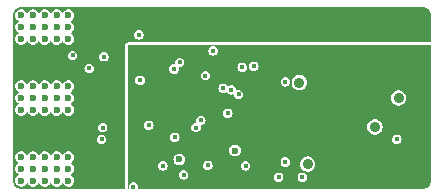
<source format=gbr>
%TF.GenerationSoftware,KiCad,Pcbnew,8.0.8*%
%TF.CreationDate,2025-04-24T20:57:55+02:00*%
%TF.ProjectId,ESC_PCB,4553435f-5043-4422-9e6b-696361645f70,rev?*%
%TF.SameCoordinates,Original*%
%TF.FileFunction,Copper,L2,Inr*%
%TF.FilePolarity,Positive*%
%FSLAX46Y46*%
G04 Gerber Fmt 4.6, Leading zero omitted, Abs format (unit mm)*
G04 Created by KiCad (PCBNEW 8.0.8) date 2025-04-24 20:57:55*
%MOMM*%
%LPD*%
G01*
G04 APERTURE LIST*
%TA.AperFunction,ViaPad*%
%ADD10C,0.900000*%
%TD*%
%TA.AperFunction,ViaPad*%
%ADD11C,0.600000*%
%TD*%
%TA.AperFunction,ViaPad*%
%ADD12C,0.400000*%
%TD*%
G04 APERTURE END LIST*
D10*
%TO.N,GND*%
X91750000Y-48000000D03*
D11*
X105000000Y-57000000D03*
X103000000Y-58000000D03*
X104000000Y-59000000D03*
X102000000Y-59000000D03*
X102000000Y-58000000D03*
X103000000Y-59000000D03*
X86900000Y-48300000D03*
D12*
X93300000Y-54750000D03*
D11*
X102000000Y-57000000D03*
D12*
X91800000Y-58700000D03*
D10*
X93000000Y-48500000D03*
D11*
X106000000Y-59000000D03*
D10*
X99530000Y-53330000D03*
D11*
X90000000Y-55300000D03*
X105000000Y-59000000D03*
X104000000Y-58000000D03*
X106000000Y-58000000D03*
X104000000Y-57000000D03*
D10*
X90750000Y-48000000D03*
D11*
X106000000Y-57000000D03*
X89200000Y-58767500D03*
X105000000Y-58000000D03*
X103000000Y-57000000D03*
X82635000Y-49750000D03*
D10*
X89750000Y-48000000D03*
D11*
%TO.N,VDC*%
X106000000Y-46000000D03*
X105000000Y-47000000D03*
X104000000Y-46000000D03*
X102000000Y-46000000D03*
D12*
X79700000Y-54530000D03*
D11*
X103000000Y-47000000D03*
X106000000Y-47000000D03*
X105000000Y-45000000D03*
X103000000Y-46000000D03*
D12*
X79670000Y-56340000D03*
D11*
X106000000Y-45000000D03*
X104000000Y-47000000D03*
X102000000Y-47000000D03*
X103000000Y-45000000D03*
D12*
X82260000Y-44860000D03*
X82290000Y-45660000D03*
D11*
X102000000Y-45000000D03*
D12*
X79260000Y-49790000D03*
D11*
X105000000Y-46000000D03*
D12*
X79500000Y-53780000D03*
X79230000Y-49220000D03*
X80630000Y-49470000D03*
X80200000Y-48210000D03*
X79400000Y-47790000D03*
D11*
X104000000Y-45000000D03*
D10*
%TO.N,+5V*%
X95550000Y-50690000D03*
X103950000Y-52000000D03*
D12*
%TO.N,+3.3V*%
X85750000Y-58500000D03*
D10*
X96250000Y-57600000D03*
D12*
X91000000Y-57750000D03*
D11*
%TO.N,+6V*%
X90100000Y-56450000D03*
D12*
X88250000Y-48000000D03*
D11*
X85400000Y-57200000D03*
D10*
X101950000Y-54450000D03*
D12*
%TO.N,GHA*%
X87200000Y-53900000D03*
X78800000Y-55500000D03*
D11*
%TO.N,PHASE_A*%
X75000000Y-59000000D03*
X75000000Y-57000000D03*
X72000000Y-58000000D03*
X74000000Y-57000000D03*
X73000000Y-58000000D03*
D12*
X87800000Y-57700000D03*
D11*
X73000000Y-57000000D03*
X76000000Y-59000000D03*
X76000000Y-57000000D03*
X74000000Y-59000000D03*
X73000000Y-59000000D03*
X72000000Y-59000000D03*
X76000000Y-58000000D03*
X72000000Y-57000000D03*
X74000000Y-58000000D03*
X75000000Y-58000000D03*
D12*
X81500000Y-59500000D03*
%TO.N,GHC*%
X79000000Y-48500000D03*
X82800000Y-54300000D03*
D11*
%TO.N,PHASE_C*%
X73000000Y-46000000D03*
X75000000Y-46000000D03*
X74000000Y-47000000D03*
X74000000Y-45000000D03*
X75000000Y-47000000D03*
X74000000Y-46000000D03*
X72000000Y-46000000D03*
D12*
X76345000Y-48399050D03*
D11*
X76000000Y-47000000D03*
X73000000Y-45000000D03*
D12*
X94375000Y-50625000D03*
D11*
X75000000Y-45000000D03*
X76000000Y-45000000D03*
X73000000Y-47000000D03*
X72000000Y-47000000D03*
X72000000Y-45000000D03*
X76000000Y-46000000D03*
%TO.N,PHASE_B*%
X76000000Y-52000000D03*
X76000000Y-51000000D03*
X73000000Y-52000000D03*
X75000000Y-52000000D03*
X74000000Y-53000000D03*
X73000000Y-51000000D03*
X72000000Y-53000000D03*
X74000000Y-52000000D03*
X74000000Y-51000000D03*
D12*
X84000000Y-57750000D03*
D11*
X75000000Y-51000000D03*
X73000000Y-53000000D03*
X72000000Y-51000000D03*
X75000000Y-53000000D03*
X76000000Y-53000000D03*
X72000000Y-52000000D03*
D12*
X77750000Y-49500000D03*
%TO.N,GHB*%
X85000000Y-55325000D03*
X78900000Y-54500000D03*
%TO.N,GLC*%
X81951250Y-46648750D03*
X82060000Y-50500000D03*
%TO.N,BEMF_REF*%
X86800000Y-54500000D03*
X89485485Y-53285485D03*
%TO.N,SWDIO*%
X95800000Y-58700000D03*
X90700000Y-49400000D03*
%TO.N,SWCLK*%
X91700000Y-49300000D03*
X93800000Y-58700000D03*
%TO.N,INPUT*%
X103800000Y-55500000D03*
X94360000Y-57420000D03*
%TO.N,LA*%
X87600000Y-50100000D03*
%TO.N,LB*%
X85415000Y-48985000D03*
%TO.N,LC*%
X84940000Y-49540000D03*
%TO.N,HC*%
X89100000Y-51175000D03*
%TO.N,HB*%
X89800000Y-51300000D03*
%TO.N,HA*%
X90400000Y-51700000D03*
%TD*%
%TA.AperFunction,Conductor*%
%TO.N,GND*%
G36*
X88247018Y-47509494D02*
G01*
X88247102Y-47509358D01*
X88275903Y-47500000D01*
X101921056Y-47500000D01*
X101928027Y-47500498D01*
X101928037Y-47500499D01*
X101928039Y-47500500D01*
X101928041Y-47500500D01*
X102071959Y-47500500D01*
X102071961Y-47500500D01*
X102071962Y-47500499D01*
X102071973Y-47500498D01*
X102078944Y-47500000D01*
X102921056Y-47500000D01*
X102928027Y-47500498D01*
X102928037Y-47500499D01*
X102928039Y-47500500D01*
X102928041Y-47500500D01*
X103071959Y-47500500D01*
X103071961Y-47500500D01*
X103071962Y-47500499D01*
X103071973Y-47500498D01*
X103078944Y-47500000D01*
X103921056Y-47500000D01*
X103928027Y-47500498D01*
X103928037Y-47500499D01*
X103928039Y-47500500D01*
X103928041Y-47500500D01*
X104071959Y-47500500D01*
X104071961Y-47500500D01*
X104071962Y-47500499D01*
X104071973Y-47500498D01*
X104078944Y-47500000D01*
X104921056Y-47500000D01*
X104928027Y-47500498D01*
X104928037Y-47500499D01*
X104928039Y-47500500D01*
X104928041Y-47500500D01*
X105071959Y-47500500D01*
X105071961Y-47500500D01*
X105071962Y-47500499D01*
X105071973Y-47500498D01*
X105078944Y-47500000D01*
X105921056Y-47500000D01*
X105928027Y-47500498D01*
X105928037Y-47500499D01*
X105928039Y-47500500D01*
X105928041Y-47500500D01*
X106071959Y-47500500D01*
X106071961Y-47500500D01*
X106071962Y-47500499D01*
X106071973Y-47500498D01*
X106078944Y-47500000D01*
X106650500Y-47500000D01*
X106685148Y-47514352D01*
X106699500Y-47549000D01*
X106699500Y-58997593D01*
X106699264Y-59002396D01*
X106686532Y-59131663D01*
X106684658Y-59141084D01*
X106647655Y-59263067D01*
X106643979Y-59271942D01*
X106583887Y-59384364D01*
X106578550Y-59392350D01*
X106497681Y-59490889D01*
X106490889Y-59497681D01*
X106392350Y-59578550D01*
X106384364Y-59583887D01*
X106271942Y-59643979D01*
X106263067Y-59647655D01*
X106141084Y-59684658D01*
X106131663Y-59686532D01*
X106002396Y-59699264D01*
X105997593Y-59699500D01*
X81927802Y-59699500D01*
X81893154Y-59685148D01*
X81878802Y-59650500D01*
X81884143Y-59628254D01*
X81884294Y-59627956D01*
X81885646Y-59625304D01*
X81905492Y-59500000D01*
X81885646Y-59374696D01*
X81885644Y-59374692D01*
X81885644Y-59374690D01*
X81828054Y-59261664D01*
X81828049Y-59261657D01*
X81738342Y-59171950D01*
X81738335Y-59171945D01*
X81625308Y-59114355D01*
X81625305Y-59114354D01*
X81625304Y-59114354D01*
X81500000Y-59094508D01*
X81374696Y-59114354D01*
X81374694Y-59114354D01*
X81374692Y-59114355D01*
X81374690Y-59114355D01*
X81261664Y-59171945D01*
X81261657Y-59171950D01*
X81171950Y-59261657D01*
X81171945Y-59261664D01*
X81114355Y-59374690D01*
X81114355Y-59374692D01*
X81097397Y-59481761D01*
X81087248Y-59498321D01*
X81097396Y-59518236D01*
X81114354Y-59625304D01*
X81114354Y-59625305D01*
X81114355Y-59625306D01*
X81115857Y-59628254D01*
X81118800Y-59665641D01*
X81094444Y-59694159D01*
X81072198Y-59699500D01*
X81049000Y-59699500D01*
X81014352Y-59685148D01*
X81000000Y-59650500D01*
X81000000Y-59525903D01*
X81009494Y-59502980D01*
X81009358Y-59502897D01*
X81000000Y-59474096D01*
X81000000Y-58500000D01*
X85344508Y-58500000D01*
X85364354Y-58625304D01*
X85364354Y-58625305D01*
X85364355Y-58625307D01*
X85364355Y-58625309D01*
X85421945Y-58738335D01*
X85421950Y-58738342D01*
X85511657Y-58828049D01*
X85511664Y-58828054D01*
X85624691Y-58885644D01*
X85624692Y-58885644D01*
X85624696Y-58885646D01*
X85750000Y-58905492D01*
X85875304Y-58885646D01*
X85875308Y-58885644D01*
X85875309Y-58885644D01*
X85988335Y-58828054D01*
X85988337Y-58828052D01*
X85988342Y-58828050D01*
X86078050Y-58738342D01*
X86078054Y-58738335D01*
X86097587Y-58700000D01*
X93394508Y-58700000D01*
X93414354Y-58825304D01*
X93414354Y-58825305D01*
X93414355Y-58825307D01*
X93414355Y-58825309D01*
X93471945Y-58938335D01*
X93471950Y-58938342D01*
X93561657Y-59028049D01*
X93561664Y-59028054D01*
X93674691Y-59085644D01*
X93674692Y-59085644D01*
X93674696Y-59085646D01*
X93800000Y-59105492D01*
X93925304Y-59085646D01*
X93925308Y-59085644D01*
X93925309Y-59085644D01*
X94038335Y-59028054D01*
X94038337Y-59028052D01*
X94038342Y-59028050D01*
X94128050Y-58938342D01*
X94144788Y-58905492D01*
X94185644Y-58825309D01*
X94185644Y-58825307D01*
X94185646Y-58825304D01*
X94205492Y-58700000D01*
X95394508Y-58700000D01*
X95414354Y-58825304D01*
X95414354Y-58825305D01*
X95414355Y-58825307D01*
X95414355Y-58825309D01*
X95471945Y-58938335D01*
X95471950Y-58938342D01*
X95561657Y-59028049D01*
X95561664Y-59028054D01*
X95674691Y-59085644D01*
X95674692Y-59085644D01*
X95674696Y-59085646D01*
X95800000Y-59105492D01*
X95925304Y-59085646D01*
X95925308Y-59085644D01*
X95925309Y-59085644D01*
X96038335Y-59028054D01*
X96038337Y-59028052D01*
X96038342Y-59028050D01*
X96128050Y-58938342D01*
X96144788Y-58905492D01*
X96185644Y-58825309D01*
X96185644Y-58825307D01*
X96185646Y-58825304D01*
X96205492Y-58700000D01*
X96185646Y-58574696D01*
X96185644Y-58574692D01*
X96185644Y-58574690D01*
X96128054Y-58461664D01*
X96128049Y-58461657D01*
X96038342Y-58371950D01*
X96038335Y-58371945D01*
X95925308Y-58314355D01*
X95925305Y-58314354D01*
X95925304Y-58314354D01*
X95800000Y-58294508D01*
X95674696Y-58314354D01*
X95674694Y-58314354D01*
X95674692Y-58314355D01*
X95674690Y-58314355D01*
X95561664Y-58371945D01*
X95561657Y-58371950D01*
X95471950Y-58461657D01*
X95471945Y-58461664D01*
X95414355Y-58574690D01*
X95414355Y-58574692D01*
X95414354Y-58574694D01*
X95414354Y-58574696D01*
X95394508Y-58700000D01*
X94205492Y-58700000D01*
X94185646Y-58574696D01*
X94185644Y-58574692D01*
X94185644Y-58574690D01*
X94128054Y-58461664D01*
X94128049Y-58461657D01*
X94038342Y-58371950D01*
X94038335Y-58371945D01*
X93925308Y-58314355D01*
X93925305Y-58314354D01*
X93925304Y-58314354D01*
X93800000Y-58294508D01*
X93674696Y-58314354D01*
X93674694Y-58314354D01*
X93674692Y-58314355D01*
X93674690Y-58314355D01*
X93561664Y-58371945D01*
X93561657Y-58371950D01*
X93471950Y-58461657D01*
X93471945Y-58461664D01*
X93414355Y-58574690D01*
X93414355Y-58574692D01*
X93414354Y-58574694D01*
X93414354Y-58574696D01*
X93394508Y-58700000D01*
X86097587Y-58700000D01*
X86135644Y-58625309D01*
X86135644Y-58625307D01*
X86135646Y-58625304D01*
X86155492Y-58500000D01*
X86135646Y-58374696D01*
X86135644Y-58374692D01*
X86135644Y-58374690D01*
X86078054Y-58261664D01*
X86078049Y-58261657D01*
X85988342Y-58171950D01*
X85988335Y-58171945D01*
X85875308Y-58114355D01*
X85875305Y-58114354D01*
X85875304Y-58114354D01*
X85750000Y-58094508D01*
X85624696Y-58114354D01*
X85624694Y-58114354D01*
X85624692Y-58114355D01*
X85624690Y-58114355D01*
X85511664Y-58171945D01*
X85511657Y-58171950D01*
X85421950Y-58261657D01*
X85421945Y-58261664D01*
X85364355Y-58374690D01*
X85364355Y-58374692D01*
X85364354Y-58374694D01*
X85364354Y-58374696D01*
X85344508Y-58500000D01*
X81000000Y-58500000D01*
X81000000Y-57750000D01*
X83594508Y-57750000D01*
X83614354Y-57875304D01*
X83614354Y-57875305D01*
X83614355Y-57875307D01*
X83614355Y-57875309D01*
X83671945Y-57988335D01*
X83671950Y-57988342D01*
X83761657Y-58078049D01*
X83761664Y-58078054D01*
X83874691Y-58135644D01*
X83874692Y-58135644D01*
X83874696Y-58135646D01*
X84000000Y-58155492D01*
X84125304Y-58135646D01*
X84125308Y-58135644D01*
X84125309Y-58135644D01*
X84238335Y-58078054D01*
X84238337Y-58078052D01*
X84238342Y-58078050D01*
X84328050Y-57988342D01*
X84328054Y-57988335D01*
X84385644Y-57875309D01*
X84385644Y-57875307D01*
X84385646Y-57875304D01*
X84405492Y-57750000D01*
X84385646Y-57624696D01*
X84385644Y-57624692D01*
X84385644Y-57624690D01*
X84328054Y-57511664D01*
X84328049Y-57511657D01*
X84238342Y-57421950D01*
X84238335Y-57421945D01*
X84125308Y-57364355D01*
X84125305Y-57364354D01*
X84125304Y-57364354D01*
X84000000Y-57344508D01*
X83874696Y-57364354D01*
X83874694Y-57364354D01*
X83874692Y-57364355D01*
X83874690Y-57364355D01*
X83761664Y-57421945D01*
X83761657Y-57421950D01*
X83671950Y-57511657D01*
X83671945Y-57511664D01*
X83614355Y-57624690D01*
X83614355Y-57624692D01*
X83614354Y-57624694D01*
X83614354Y-57624696D01*
X83594508Y-57750000D01*
X81000000Y-57750000D01*
X81000000Y-57199997D01*
X84894353Y-57199997D01*
X84894353Y-57200002D01*
X84914833Y-57342454D01*
X84928302Y-57371945D01*
X84974623Y-57473373D01*
X84974624Y-57473374D01*
X84974625Y-57473376D01*
X85036955Y-57545309D01*
X85068872Y-57582143D01*
X85189947Y-57659953D01*
X85266785Y-57682514D01*
X85328034Y-57700499D01*
X85328037Y-57700499D01*
X85328039Y-57700500D01*
X85328040Y-57700500D01*
X85471960Y-57700500D01*
X85471961Y-57700500D01*
X85471963Y-57700499D01*
X85471965Y-57700499D01*
X85473664Y-57700000D01*
X87394508Y-57700000D01*
X87414354Y-57825304D01*
X87414354Y-57825305D01*
X87414355Y-57825307D01*
X87414355Y-57825309D01*
X87471945Y-57938335D01*
X87471950Y-57938342D01*
X87561657Y-58028049D01*
X87561664Y-58028054D01*
X87674691Y-58085644D01*
X87674692Y-58085644D01*
X87674696Y-58085646D01*
X87800000Y-58105492D01*
X87925304Y-58085646D01*
X87925308Y-58085644D01*
X87925309Y-58085644D01*
X88038335Y-58028054D01*
X88038337Y-58028052D01*
X88038342Y-58028050D01*
X88128050Y-57938342D01*
X88128054Y-57938335D01*
X88185644Y-57825309D01*
X88185644Y-57825307D01*
X88185646Y-57825304D01*
X88197573Y-57750000D01*
X90594508Y-57750000D01*
X90614354Y-57875304D01*
X90614354Y-57875305D01*
X90614355Y-57875307D01*
X90614355Y-57875309D01*
X90671945Y-57988335D01*
X90671950Y-57988342D01*
X90761657Y-58078049D01*
X90761664Y-58078054D01*
X90874691Y-58135644D01*
X90874692Y-58135644D01*
X90874696Y-58135646D01*
X91000000Y-58155492D01*
X91125304Y-58135646D01*
X91125308Y-58135644D01*
X91125309Y-58135644D01*
X91238335Y-58078054D01*
X91238337Y-58078052D01*
X91238342Y-58078050D01*
X91328050Y-57988342D01*
X91328054Y-57988335D01*
X91385644Y-57875309D01*
X91385644Y-57875307D01*
X91385646Y-57875304D01*
X91405492Y-57750000D01*
X91385646Y-57624696D01*
X91385644Y-57624692D01*
X91385644Y-57624690D01*
X91328054Y-57511664D01*
X91328049Y-57511657D01*
X91238342Y-57421950D01*
X91238335Y-57421945D01*
X91234518Y-57420000D01*
X93954508Y-57420000D01*
X93974354Y-57545304D01*
X93974354Y-57545305D01*
X93974355Y-57545307D01*
X93974355Y-57545309D01*
X94031945Y-57658335D01*
X94031950Y-57658342D01*
X94121657Y-57748049D01*
X94121664Y-57748054D01*
X94234691Y-57805644D01*
X94234692Y-57805644D01*
X94234696Y-57805646D01*
X94360000Y-57825492D01*
X94485304Y-57805646D01*
X94485308Y-57805644D01*
X94485309Y-57805644D01*
X94598335Y-57748054D01*
X94598337Y-57748052D01*
X94598342Y-57748050D01*
X94688050Y-57658342D01*
X94717777Y-57600000D01*
X95594722Y-57600000D01*
X95613763Y-57756819D01*
X95669780Y-57904524D01*
X95693123Y-57938342D01*
X95759517Y-58034530D01*
X95759519Y-58034531D01*
X95759520Y-58034533D01*
X95827219Y-58094508D01*
X95877760Y-58139283D01*
X96017635Y-58212696D01*
X96171015Y-58250500D01*
X96171016Y-58250500D01*
X96328983Y-58250500D01*
X96328985Y-58250500D01*
X96482365Y-58212696D01*
X96622240Y-58139283D01*
X96740483Y-58034530D01*
X96830220Y-57904523D01*
X96886237Y-57756818D01*
X96905278Y-57600000D01*
X96886237Y-57443182D01*
X96830220Y-57295477D01*
X96829678Y-57294692D01*
X96798330Y-57249277D01*
X96740483Y-57165470D01*
X96740480Y-57165467D01*
X96740479Y-57165466D01*
X96622239Y-57060716D01*
X96482364Y-56987303D01*
X96366788Y-56958817D01*
X96328985Y-56949500D01*
X96171015Y-56949500D01*
X96140687Y-56956975D01*
X96017635Y-56987303D01*
X95877760Y-57060716D01*
X95759520Y-57165466D01*
X95759516Y-57165471D01*
X95669780Y-57295475D01*
X95613763Y-57443180D01*
X95594722Y-57600000D01*
X94717777Y-57600000D01*
X94726876Y-57582143D01*
X94745644Y-57545309D01*
X94745644Y-57545307D01*
X94745646Y-57545304D01*
X94765492Y-57420000D01*
X94745646Y-57294696D01*
X94745644Y-57294692D01*
X94745644Y-57294690D01*
X94688054Y-57181664D01*
X94688049Y-57181657D01*
X94598342Y-57091950D01*
X94598335Y-57091945D01*
X94485308Y-57034355D01*
X94485305Y-57034354D01*
X94485304Y-57034354D01*
X94360000Y-57014508D01*
X94234696Y-57034354D01*
X94234694Y-57034354D01*
X94234692Y-57034355D01*
X94234690Y-57034355D01*
X94121664Y-57091945D01*
X94121657Y-57091950D01*
X94031950Y-57181657D01*
X94031945Y-57181664D01*
X93974355Y-57294690D01*
X93974355Y-57294692D01*
X93974354Y-57294694D01*
X93974354Y-57294696D01*
X93954508Y-57420000D01*
X91234518Y-57420000D01*
X91125308Y-57364355D01*
X91125305Y-57364354D01*
X91125304Y-57364354D01*
X91000000Y-57344508D01*
X90874696Y-57364354D01*
X90874694Y-57364354D01*
X90874692Y-57364355D01*
X90874690Y-57364355D01*
X90761664Y-57421945D01*
X90761657Y-57421950D01*
X90671950Y-57511657D01*
X90671945Y-57511664D01*
X90614355Y-57624690D01*
X90614355Y-57624692D01*
X90614354Y-57624694D01*
X90614354Y-57624696D01*
X90594508Y-57750000D01*
X88197573Y-57750000D01*
X88205492Y-57700000D01*
X88185646Y-57574696D01*
X88185644Y-57574692D01*
X88185644Y-57574690D01*
X88128054Y-57461664D01*
X88128049Y-57461657D01*
X88038342Y-57371950D01*
X88038335Y-57371945D01*
X87925308Y-57314355D01*
X87925305Y-57314354D01*
X87925304Y-57314354D01*
X87800000Y-57294508D01*
X87674696Y-57314354D01*
X87674694Y-57314354D01*
X87674692Y-57314355D01*
X87674690Y-57314355D01*
X87561664Y-57371945D01*
X87561657Y-57371950D01*
X87471950Y-57461657D01*
X87471945Y-57461664D01*
X87414355Y-57574690D01*
X87414355Y-57574692D01*
X87414354Y-57574694D01*
X87414354Y-57574696D01*
X87394508Y-57700000D01*
X85473664Y-57700000D01*
X85494795Y-57693795D01*
X85610053Y-57659953D01*
X85731128Y-57582143D01*
X85825377Y-57473373D01*
X85885165Y-57342457D01*
X85885165Y-57342455D01*
X85885166Y-57342454D01*
X85905647Y-57200002D01*
X85905647Y-57199997D01*
X85885166Y-57057545D01*
X85865511Y-57014508D01*
X85825377Y-56926627D01*
X85731128Y-56817857D01*
X85610053Y-56740047D01*
X85610050Y-56740046D01*
X85471965Y-56699500D01*
X85471961Y-56699500D01*
X85328039Y-56699500D01*
X85328034Y-56699500D01*
X85189949Y-56740046D01*
X85068871Y-56817857D01*
X84974625Y-56926623D01*
X84974624Y-56926625D01*
X84914833Y-57057545D01*
X84894353Y-57199997D01*
X81000000Y-57199997D01*
X81000000Y-56449997D01*
X89594353Y-56449997D01*
X89594353Y-56450002D01*
X89614833Y-56592454D01*
X89646935Y-56662746D01*
X89674623Y-56723373D01*
X89674624Y-56723374D01*
X89674625Y-56723376D01*
X89756493Y-56817857D01*
X89768872Y-56832143D01*
X89889947Y-56909953D01*
X89966785Y-56932514D01*
X90028034Y-56950499D01*
X90028037Y-56950499D01*
X90028039Y-56950500D01*
X90028040Y-56950500D01*
X90171960Y-56950500D01*
X90171961Y-56950500D01*
X90171963Y-56950499D01*
X90171965Y-56950499D01*
X90194795Y-56943795D01*
X90310053Y-56909953D01*
X90431128Y-56832143D01*
X90525377Y-56723373D01*
X90585165Y-56592457D01*
X90585165Y-56592455D01*
X90585166Y-56592454D01*
X90605647Y-56450002D01*
X90605647Y-56449997D01*
X90585166Y-56307545D01*
X90580751Y-56297879D01*
X90525377Y-56176627D01*
X90431128Y-56067857D01*
X90310053Y-55990047D01*
X90310050Y-55990046D01*
X90171965Y-55949500D01*
X90171961Y-55949500D01*
X90028039Y-55949500D01*
X90028034Y-55949500D01*
X89889949Y-55990046D01*
X89768871Y-56067857D01*
X89674625Y-56176623D01*
X89674624Y-56176625D01*
X89614833Y-56307545D01*
X89594353Y-56449997D01*
X81000000Y-56449997D01*
X81000000Y-55325000D01*
X84594508Y-55325000D01*
X84614354Y-55450304D01*
X84614354Y-55450305D01*
X84614355Y-55450307D01*
X84614355Y-55450309D01*
X84671945Y-55563335D01*
X84671950Y-55563342D01*
X84761657Y-55653049D01*
X84761664Y-55653054D01*
X84874691Y-55710644D01*
X84874692Y-55710644D01*
X84874696Y-55710646D01*
X85000000Y-55730492D01*
X85125304Y-55710646D01*
X85125308Y-55710644D01*
X85125309Y-55710644D01*
X85238335Y-55653054D01*
X85238337Y-55653052D01*
X85238342Y-55653050D01*
X85328050Y-55563342D01*
X85360325Y-55500000D01*
X103394508Y-55500000D01*
X103414354Y-55625304D01*
X103414354Y-55625305D01*
X103414355Y-55625307D01*
X103414355Y-55625309D01*
X103471945Y-55738335D01*
X103471950Y-55738342D01*
X103561657Y-55828049D01*
X103561664Y-55828054D01*
X103674691Y-55885644D01*
X103674692Y-55885644D01*
X103674696Y-55885646D01*
X103800000Y-55905492D01*
X103925304Y-55885646D01*
X103925308Y-55885644D01*
X103925309Y-55885644D01*
X104038335Y-55828054D01*
X104038337Y-55828052D01*
X104038342Y-55828050D01*
X104128050Y-55738342D01*
X104132050Y-55730492D01*
X104185644Y-55625309D01*
X104185644Y-55625307D01*
X104185646Y-55625304D01*
X104205492Y-55500000D01*
X104185646Y-55374696D01*
X104185644Y-55374692D01*
X104185644Y-55374690D01*
X104128054Y-55261664D01*
X104128049Y-55261657D01*
X104038342Y-55171950D01*
X104038335Y-55171945D01*
X103925308Y-55114355D01*
X103925305Y-55114354D01*
X103925304Y-55114354D01*
X103800000Y-55094508D01*
X103674696Y-55114354D01*
X103674694Y-55114354D01*
X103674692Y-55114355D01*
X103674690Y-55114355D01*
X103561664Y-55171945D01*
X103561657Y-55171950D01*
X103471950Y-55261657D01*
X103471945Y-55261664D01*
X103414355Y-55374690D01*
X103414355Y-55374692D01*
X103414354Y-55374694D01*
X103414354Y-55374696D01*
X103394508Y-55500000D01*
X85360325Y-55500000D01*
X85385644Y-55450309D01*
X85385644Y-55450307D01*
X85385646Y-55450304D01*
X85405492Y-55325000D01*
X85385646Y-55199696D01*
X85385644Y-55199692D01*
X85385644Y-55199690D01*
X85328054Y-55086664D01*
X85328049Y-55086657D01*
X85238342Y-54996950D01*
X85238335Y-54996945D01*
X85125308Y-54939355D01*
X85125305Y-54939354D01*
X85125304Y-54939354D01*
X85000000Y-54919508D01*
X84874696Y-54939354D01*
X84874694Y-54939354D01*
X84874692Y-54939355D01*
X84874690Y-54939355D01*
X84761664Y-54996945D01*
X84761657Y-54996950D01*
X84671950Y-55086657D01*
X84671945Y-55086664D01*
X84614355Y-55199690D01*
X84614355Y-55199692D01*
X84614354Y-55199694D01*
X84614354Y-55199696D01*
X84594508Y-55325000D01*
X81000000Y-55325000D01*
X81000000Y-54300000D01*
X82394508Y-54300000D01*
X82414354Y-54425304D01*
X82414354Y-54425305D01*
X82414355Y-54425307D01*
X82414355Y-54425309D01*
X82471945Y-54538335D01*
X82471950Y-54538342D01*
X82561657Y-54628049D01*
X82561664Y-54628054D01*
X82674691Y-54685644D01*
X82674692Y-54685644D01*
X82674696Y-54685646D01*
X82800000Y-54705492D01*
X82925304Y-54685646D01*
X82925308Y-54685644D01*
X82925309Y-54685644D01*
X83038335Y-54628054D01*
X83038337Y-54628052D01*
X83038342Y-54628050D01*
X83128050Y-54538342D01*
X83128054Y-54538335D01*
X83147587Y-54500000D01*
X86394508Y-54500000D01*
X86414354Y-54625304D01*
X86414354Y-54625305D01*
X86414355Y-54625307D01*
X86414355Y-54625309D01*
X86471945Y-54738335D01*
X86471950Y-54738342D01*
X86561657Y-54828049D01*
X86561664Y-54828054D01*
X86674691Y-54885644D01*
X86674692Y-54885644D01*
X86674696Y-54885646D01*
X86800000Y-54905492D01*
X86925304Y-54885646D01*
X86925308Y-54885644D01*
X86925309Y-54885644D01*
X87038335Y-54828054D01*
X87038337Y-54828052D01*
X87038342Y-54828050D01*
X87128050Y-54738342D01*
X87144788Y-54705492D01*
X87185644Y-54625309D01*
X87185644Y-54625307D01*
X87185646Y-54625304D01*
X87205492Y-54500000D01*
X87197573Y-54450000D01*
X101294722Y-54450000D01*
X101313763Y-54606819D01*
X101369780Y-54754524D01*
X101420531Y-54828049D01*
X101459517Y-54884530D01*
X101459519Y-54884531D01*
X101459520Y-54884533D01*
X101483177Y-54905491D01*
X101577760Y-54989283D01*
X101717635Y-55062696D01*
X101871015Y-55100500D01*
X101871016Y-55100500D01*
X102028983Y-55100500D01*
X102028985Y-55100500D01*
X102182365Y-55062696D01*
X102322240Y-54989283D01*
X102440483Y-54884530D01*
X102530220Y-54754523D01*
X102586237Y-54606818D01*
X102605278Y-54450000D01*
X102586237Y-54293182D01*
X102530220Y-54145477D01*
X102525290Y-54138335D01*
X102472363Y-54061657D01*
X102440483Y-54015470D01*
X102440480Y-54015467D01*
X102440479Y-54015466D01*
X102322239Y-53910716D01*
X102182364Y-53837303D01*
X102066788Y-53808817D01*
X102028985Y-53799500D01*
X101871015Y-53799500D01*
X101840687Y-53806975D01*
X101717635Y-53837303D01*
X101577760Y-53910716D01*
X101459520Y-54015466D01*
X101459516Y-54015471D01*
X101369780Y-54145475D01*
X101313763Y-54293180D01*
X101294722Y-54450000D01*
X87197573Y-54450000D01*
X87185646Y-54374696D01*
X87184707Y-54372853D01*
X87184598Y-54371471D01*
X87184454Y-54371027D01*
X87184560Y-54370992D01*
X87181766Y-54335465D01*
X87206123Y-54306949D01*
X87220695Y-54302214D01*
X87325304Y-54285646D01*
X87325308Y-54285644D01*
X87325309Y-54285644D01*
X87438335Y-54228054D01*
X87438337Y-54228052D01*
X87438342Y-54228050D01*
X87528050Y-54138342D01*
X87528054Y-54138335D01*
X87585644Y-54025309D01*
X87585644Y-54025307D01*
X87585646Y-54025304D01*
X87605492Y-53900000D01*
X87585646Y-53774696D01*
X87585644Y-53774692D01*
X87585644Y-53774690D01*
X87528054Y-53661664D01*
X87528049Y-53661657D01*
X87438342Y-53571950D01*
X87438335Y-53571945D01*
X87325308Y-53514355D01*
X87325305Y-53514354D01*
X87325304Y-53514354D01*
X87200000Y-53494508D01*
X87074696Y-53514354D01*
X87074694Y-53514354D01*
X87074692Y-53514355D01*
X87074690Y-53514355D01*
X86961664Y-53571945D01*
X86961657Y-53571950D01*
X86871950Y-53661657D01*
X86871945Y-53661664D01*
X86814355Y-53774690D01*
X86814355Y-53774692D01*
X86814354Y-53774694D01*
X86814354Y-53774696D01*
X86804438Y-53837303D01*
X86794508Y-53900000D01*
X86814354Y-54025305D01*
X86815294Y-54027149D01*
X86815402Y-54028531D01*
X86815546Y-54028973D01*
X86815440Y-54029007D01*
X86818232Y-54064537D01*
X86793873Y-54093052D01*
X86779298Y-54097786D01*
X86674696Y-54114354D01*
X86674694Y-54114354D01*
X86674692Y-54114355D01*
X86674690Y-54114355D01*
X86561664Y-54171945D01*
X86561657Y-54171950D01*
X86471950Y-54261657D01*
X86471945Y-54261664D01*
X86414355Y-54374690D01*
X86414355Y-54374692D01*
X86414354Y-54374694D01*
X86414354Y-54374696D01*
X86394508Y-54500000D01*
X83147587Y-54500000D01*
X83185644Y-54425309D01*
X83185644Y-54425307D01*
X83185646Y-54425304D01*
X83205492Y-54300000D01*
X83185646Y-54174696D01*
X83185644Y-54174692D01*
X83185644Y-54174690D01*
X83128054Y-54061664D01*
X83128049Y-54061657D01*
X83038342Y-53971950D01*
X83038335Y-53971945D01*
X82925308Y-53914355D01*
X82925305Y-53914354D01*
X82925304Y-53914354D01*
X82800000Y-53894508D01*
X82674696Y-53914354D01*
X82674694Y-53914354D01*
X82674692Y-53914355D01*
X82674690Y-53914355D01*
X82561664Y-53971945D01*
X82561657Y-53971950D01*
X82471950Y-54061657D01*
X82471945Y-54061664D01*
X82414355Y-54174690D01*
X82414355Y-54174692D01*
X82414354Y-54174694D01*
X82414354Y-54174696D01*
X82394508Y-54300000D01*
X81000000Y-54300000D01*
X81000000Y-53285485D01*
X89079993Y-53285485D01*
X89099839Y-53410789D01*
X89099839Y-53410790D01*
X89099840Y-53410792D01*
X89099840Y-53410794D01*
X89157430Y-53523820D01*
X89157435Y-53523827D01*
X89247142Y-53613534D01*
X89247149Y-53613539D01*
X89360176Y-53671129D01*
X89360177Y-53671129D01*
X89360181Y-53671131D01*
X89485485Y-53690977D01*
X89610789Y-53671131D01*
X89610793Y-53671129D01*
X89610794Y-53671129D01*
X89723820Y-53613539D01*
X89723822Y-53613537D01*
X89723827Y-53613535D01*
X89813535Y-53523827D01*
X89813539Y-53523820D01*
X89871129Y-53410794D01*
X89871129Y-53410792D01*
X89871131Y-53410789D01*
X89890977Y-53285485D01*
X89871131Y-53160181D01*
X89871129Y-53160177D01*
X89871129Y-53160175D01*
X89813539Y-53047149D01*
X89813534Y-53047142D01*
X89723827Y-52957435D01*
X89723820Y-52957430D01*
X89610793Y-52899840D01*
X89610790Y-52899839D01*
X89610789Y-52899839D01*
X89485485Y-52879993D01*
X89360181Y-52899839D01*
X89360179Y-52899839D01*
X89360177Y-52899840D01*
X89360175Y-52899840D01*
X89247149Y-52957430D01*
X89247142Y-52957435D01*
X89157435Y-53047142D01*
X89157430Y-53047149D01*
X89099840Y-53160175D01*
X89099840Y-53160177D01*
X89099839Y-53160179D01*
X89099839Y-53160181D01*
X89079993Y-53285485D01*
X81000000Y-53285485D01*
X81000000Y-51175000D01*
X88694508Y-51175000D01*
X88714354Y-51300304D01*
X88714354Y-51300305D01*
X88714355Y-51300307D01*
X88714355Y-51300309D01*
X88771945Y-51413335D01*
X88771950Y-51413342D01*
X88861657Y-51503049D01*
X88861664Y-51503054D01*
X88974691Y-51560644D01*
X88974692Y-51560644D01*
X88974696Y-51560646D01*
X89100000Y-51580492D01*
X89225304Y-51560646D01*
X89338342Y-51503050D01*
X89367250Y-51474141D01*
X89401897Y-51459790D01*
X89436546Y-51474141D01*
X89445557Y-51486545D01*
X89471945Y-51538335D01*
X89471950Y-51538342D01*
X89561657Y-51628049D01*
X89561664Y-51628054D01*
X89674691Y-51685644D01*
X89674692Y-51685644D01*
X89674696Y-51685646D01*
X89800000Y-51705492D01*
X89925304Y-51685646D01*
X89927141Y-51684709D01*
X89928519Y-51684601D01*
X89928976Y-51684453D01*
X89929011Y-51684562D01*
X89964527Y-51681764D01*
X89993047Y-51706117D01*
X89997786Y-51720701D01*
X90014354Y-51825304D01*
X90014354Y-51825305D01*
X90014355Y-51825307D01*
X90014355Y-51825309D01*
X90071945Y-51938335D01*
X90071950Y-51938342D01*
X90161657Y-52028049D01*
X90161664Y-52028054D01*
X90274691Y-52085644D01*
X90274692Y-52085644D01*
X90274696Y-52085646D01*
X90400000Y-52105492D01*
X90525304Y-52085646D01*
X90525308Y-52085644D01*
X90525309Y-52085644D01*
X90638335Y-52028054D01*
X90638337Y-52028052D01*
X90638342Y-52028050D01*
X90666392Y-52000000D01*
X103294722Y-52000000D01*
X103313763Y-52156819D01*
X103369780Y-52304524D01*
X103427627Y-52388330D01*
X103459517Y-52434530D01*
X103577760Y-52539283D01*
X103717635Y-52612696D01*
X103871015Y-52650500D01*
X103871016Y-52650500D01*
X104028983Y-52650500D01*
X104028985Y-52650500D01*
X104182365Y-52612696D01*
X104322240Y-52539283D01*
X104440483Y-52434530D01*
X104530220Y-52304523D01*
X104586237Y-52156818D01*
X104605278Y-52000000D01*
X104586237Y-51843182D01*
X104530220Y-51695477D01*
X104523433Y-51685645D01*
X104483678Y-51628049D01*
X104440483Y-51565470D01*
X104440480Y-51565467D01*
X104440479Y-51565466D01*
X104322239Y-51460716D01*
X104182364Y-51387303D01*
X104066788Y-51358817D01*
X104028985Y-51349500D01*
X103871015Y-51349500D01*
X103840687Y-51356975D01*
X103717635Y-51387303D01*
X103577760Y-51460716D01*
X103459520Y-51565466D01*
X103459516Y-51565471D01*
X103369780Y-51695475D01*
X103313763Y-51843180D01*
X103294722Y-52000000D01*
X90666392Y-52000000D01*
X90728050Y-51938342D01*
X90776538Y-51843180D01*
X90785644Y-51825309D01*
X90785644Y-51825307D01*
X90785646Y-51825304D01*
X90805492Y-51700000D01*
X90785646Y-51574696D01*
X90785644Y-51574692D01*
X90785644Y-51574690D01*
X90728054Y-51461664D01*
X90728049Y-51461657D01*
X90638342Y-51371950D01*
X90638335Y-51371945D01*
X90525308Y-51314355D01*
X90525305Y-51314354D01*
X90525304Y-51314354D01*
X90400000Y-51294508D01*
X90274696Y-51314354D01*
X90274694Y-51314354D01*
X90274693Y-51314355D01*
X90272846Y-51315296D01*
X90271462Y-51315404D01*
X90271027Y-51315546D01*
X90270993Y-51315441D01*
X90235458Y-51318231D01*
X90206945Y-51293869D01*
X90202213Y-51279303D01*
X90185646Y-51174696D01*
X90185644Y-51174692D01*
X90185644Y-51174690D01*
X90128054Y-51061664D01*
X90128049Y-51061657D01*
X90038342Y-50971950D01*
X90038335Y-50971945D01*
X89925308Y-50914355D01*
X89925305Y-50914354D01*
X89925304Y-50914354D01*
X89800000Y-50894508D01*
X89674696Y-50914354D01*
X89674694Y-50914354D01*
X89674692Y-50914355D01*
X89674690Y-50914355D01*
X89561664Y-50971945D01*
X89561660Y-50971948D01*
X89532749Y-51000859D01*
X89498100Y-51015210D01*
X89463452Y-51000858D01*
X89454443Y-50988458D01*
X89428050Y-50936658D01*
X89338342Y-50846950D01*
X89338335Y-50846945D01*
X89225308Y-50789355D01*
X89225305Y-50789354D01*
X89225304Y-50789354D01*
X89100000Y-50769508D01*
X88974696Y-50789354D01*
X88974694Y-50789354D01*
X88974692Y-50789355D01*
X88974690Y-50789355D01*
X88861664Y-50846945D01*
X88861657Y-50846950D01*
X88771950Y-50936657D01*
X88771945Y-50936664D01*
X88714355Y-51049690D01*
X88714355Y-51049692D01*
X88714354Y-51049694D01*
X88714354Y-51049696D01*
X88694508Y-51175000D01*
X81000000Y-51175000D01*
X81000000Y-50500000D01*
X81654508Y-50500000D01*
X81674354Y-50625304D01*
X81674354Y-50625305D01*
X81674355Y-50625307D01*
X81674355Y-50625309D01*
X81731945Y-50738335D01*
X81731950Y-50738342D01*
X81821657Y-50828049D01*
X81821664Y-50828054D01*
X81934691Y-50885644D01*
X81934692Y-50885644D01*
X81934696Y-50885646D01*
X82060000Y-50905492D01*
X82185304Y-50885646D01*
X82185308Y-50885644D01*
X82185309Y-50885644D01*
X82298335Y-50828054D01*
X82298337Y-50828052D01*
X82298342Y-50828050D01*
X82388050Y-50738342D01*
X82412682Y-50690000D01*
X82445644Y-50625309D01*
X82445644Y-50625307D01*
X82445646Y-50625304D01*
X82445694Y-50625000D01*
X93969508Y-50625000D01*
X93989354Y-50750304D01*
X93989354Y-50750305D01*
X93989355Y-50750307D01*
X93989355Y-50750309D01*
X94046945Y-50863335D01*
X94046950Y-50863342D01*
X94136657Y-50953049D01*
X94136664Y-50953054D01*
X94249691Y-51010644D01*
X94249692Y-51010644D01*
X94249696Y-51010646D01*
X94375000Y-51030492D01*
X94500304Y-51010646D01*
X94500308Y-51010644D01*
X94500309Y-51010644D01*
X94613335Y-50953054D01*
X94613337Y-50953052D01*
X94613342Y-50953050D01*
X94703050Y-50863342D01*
X94703054Y-50863335D01*
X94760644Y-50750309D01*
X94760644Y-50750307D01*
X94760646Y-50750304D01*
X94770197Y-50690000D01*
X94894722Y-50690000D01*
X94913763Y-50846819D01*
X94969780Y-50994524D01*
X95007070Y-51048547D01*
X95059517Y-51124530D01*
X95059519Y-51124531D01*
X95059520Y-51124533D01*
X95116139Y-51174692D01*
X95177760Y-51229283D01*
X95317635Y-51302696D01*
X95471015Y-51340500D01*
X95471016Y-51340500D01*
X95628983Y-51340500D01*
X95628985Y-51340500D01*
X95782365Y-51302696D01*
X95922240Y-51229283D01*
X96040483Y-51124530D01*
X96130220Y-50994523D01*
X96186237Y-50846818D01*
X96205278Y-50690000D01*
X96186237Y-50533182D01*
X96130220Y-50385477D01*
X96122778Y-50374696D01*
X96044754Y-50261658D01*
X96040483Y-50255470D01*
X96040480Y-50255467D01*
X96040479Y-50255466D01*
X95922239Y-50150716D01*
X95782364Y-50077303D01*
X95666788Y-50048817D01*
X95628985Y-50039500D01*
X95471015Y-50039500D01*
X95440687Y-50046975D01*
X95317635Y-50077303D01*
X95177760Y-50150716D01*
X95059520Y-50255466D01*
X95059516Y-50255471D01*
X94969780Y-50385475D01*
X94913763Y-50533180D01*
X94894722Y-50690000D01*
X94770197Y-50690000D01*
X94780492Y-50625000D01*
X94760646Y-50499696D01*
X94760644Y-50499692D01*
X94760644Y-50499690D01*
X94703054Y-50386664D01*
X94703049Y-50386657D01*
X94613342Y-50296950D01*
X94613335Y-50296945D01*
X94500308Y-50239355D01*
X94500305Y-50239354D01*
X94500304Y-50239354D01*
X94375000Y-50219508D01*
X94249696Y-50239354D01*
X94249694Y-50239354D01*
X94249692Y-50239355D01*
X94249690Y-50239355D01*
X94136664Y-50296945D01*
X94136657Y-50296950D01*
X94046950Y-50386657D01*
X94046945Y-50386664D01*
X93989355Y-50499690D01*
X93989355Y-50499692D01*
X93989354Y-50499694D01*
X93989354Y-50499696D01*
X93969508Y-50625000D01*
X82445694Y-50625000D01*
X82465492Y-50500000D01*
X82445646Y-50374696D01*
X82445644Y-50374692D01*
X82445644Y-50374690D01*
X82388054Y-50261664D01*
X82388049Y-50261657D01*
X82298342Y-50171950D01*
X82298335Y-50171945D01*
X82185308Y-50114355D01*
X82185305Y-50114354D01*
X82185304Y-50114354D01*
X82094675Y-50100000D01*
X87194508Y-50100000D01*
X87214354Y-50225304D01*
X87214354Y-50225305D01*
X87214355Y-50225307D01*
X87214355Y-50225309D01*
X87271945Y-50338335D01*
X87271950Y-50338342D01*
X87361657Y-50428049D01*
X87361664Y-50428054D01*
X87474691Y-50485644D01*
X87474692Y-50485644D01*
X87474696Y-50485646D01*
X87600000Y-50505492D01*
X87725304Y-50485646D01*
X87725308Y-50485644D01*
X87725309Y-50485644D01*
X87838335Y-50428054D01*
X87838337Y-50428052D01*
X87838342Y-50428050D01*
X87928050Y-50338342D01*
X87928054Y-50338335D01*
X87985644Y-50225309D01*
X87985644Y-50225307D01*
X87985646Y-50225304D01*
X88005492Y-50100000D01*
X87985646Y-49974696D01*
X87985644Y-49974692D01*
X87985644Y-49974690D01*
X87928054Y-49861664D01*
X87928049Y-49861657D01*
X87838342Y-49771950D01*
X87838335Y-49771945D01*
X87725308Y-49714355D01*
X87725305Y-49714354D01*
X87725304Y-49714354D01*
X87600000Y-49694508D01*
X87474696Y-49714354D01*
X87474694Y-49714354D01*
X87474692Y-49714355D01*
X87474690Y-49714355D01*
X87361664Y-49771945D01*
X87361657Y-49771950D01*
X87271950Y-49861657D01*
X87271945Y-49861664D01*
X87214355Y-49974690D01*
X87214355Y-49974692D01*
X87214354Y-49974694D01*
X87214354Y-49974696D01*
X87194508Y-50100000D01*
X82094675Y-50100000D01*
X82060000Y-50094508D01*
X81934696Y-50114354D01*
X81934694Y-50114354D01*
X81934692Y-50114355D01*
X81934690Y-50114355D01*
X81821664Y-50171945D01*
X81821657Y-50171950D01*
X81731950Y-50261657D01*
X81731945Y-50261664D01*
X81674355Y-50374690D01*
X81674355Y-50374692D01*
X81674354Y-50374694D01*
X81674354Y-50374696D01*
X81654508Y-50500000D01*
X81000000Y-50500000D01*
X81000000Y-49637774D01*
X81005341Y-49615528D01*
X81015646Y-49595304D01*
X81024405Y-49540000D01*
X84534508Y-49540000D01*
X84554354Y-49665304D01*
X84554354Y-49665305D01*
X84554355Y-49665307D01*
X84554355Y-49665309D01*
X84611945Y-49778335D01*
X84611950Y-49778342D01*
X84701657Y-49868049D01*
X84701664Y-49868054D01*
X84814691Y-49925644D01*
X84814692Y-49925644D01*
X84814696Y-49925646D01*
X84940000Y-49945492D01*
X85065304Y-49925646D01*
X85065308Y-49925644D01*
X85065309Y-49925644D01*
X85178335Y-49868054D01*
X85178337Y-49868052D01*
X85178342Y-49868050D01*
X85268050Y-49778342D01*
X85271307Y-49771950D01*
X85325644Y-49665309D01*
X85325644Y-49665307D01*
X85325646Y-49665304D01*
X85345492Y-49540000D01*
X85329964Y-49441962D01*
X85338719Y-49405498D01*
X85347691Y-49400000D01*
X90294508Y-49400000D01*
X90314354Y-49525304D01*
X90314354Y-49525305D01*
X90314355Y-49525307D01*
X90314355Y-49525309D01*
X90371945Y-49638335D01*
X90371950Y-49638342D01*
X90461657Y-49728049D01*
X90461664Y-49728054D01*
X90574691Y-49785644D01*
X90574692Y-49785644D01*
X90574696Y-49785646D01*
X90700000Y-49805492D01*
X90825304Y-49785646D01*
X90825308Y-49785644D01*
X90825309Y-49785644D01*
X90938335Y-49728054D01*
X90938337Y-49728052D01*
X90938342Y-49728050D01*
X91028050Y-49638342D01*
X91028054Y-49638335D01*
X91085644Y-49525309D01*
X91085644Y-49525307D01*
X91085646Y-49525304D01*
X91105492Y-49400000D01*
X91089654Y-49300000D01*
X91294508Y-49300000D01*
X91314354Y-49425304D01*
X91314354Y-49425305D01*
X91314355Y-49425307D01*
X91314355Y-49425309D01*
X91371945Y-49538335D01*
X91371950Y-49538342D01*
X91461657Y-49628049D01*
X91461664Y-49628054D01*
X91574691Y-49685644D01*
X91574692Y-49685644D01*
X91574696Y-49685646D01*
X91700000Y-49705492D01*
X91825304Y-49685646D01*
X91825308Y-49685644D01*
X91825309Y-49685644D01*
X91938335Y-49628054D01*
X91938337Y-49628052D01*
X91938342Y-49628050D01*
X92028050Y-49538342D01*
X92034692Y-49525307D01*
X92085644Y-49425309D01*
X92085644Y-49425307D01*
X92085646Y-49425304D01*
X92105492Y-49300000D01*
X92085646Y-49174696D01*
X92085644Y-49174692D01*
X92085644Y-49174690D01*
X92028054Y-49061664D01*
X92028049Y-49061657D01*
X91938342Y-48971950D01*
X91938335Y-48971945D01*
X91825308Y-48914355D01*
X91825305Y-48914354D01*
X91825304Y-48914354D01*
X91700000Y-48894508D01*
X91574696Y-48914354D01*
X91574694Y-48914354D01*
X91574692Y-48914355D01*
X91574690Y-48914355D01*
X91461664Y-48971945D01*
X91461657Y-48971950D01*
X91371950Y-49061657D01*
X91371945Y-49061664D01*
X91314355Y-49174690D01*
X91314355Y-49174692D01*
X91314354Y-49174694D01*
X91314354Y-49174696D01*
X91294508Y-49300000D01*
X91089654Y-49300000D01*
X91085646Y-49274696D01*
X91085644Y-49274692D01*
X91085644Y-49274690D01*
X91028054Y-49161664D01*
X91028049Y-49161657D01*
X90938342Y-49071950D01*
X90938335Y-49071945D01*
X90825308Y-49014355D01*
X90825305Y-49014354D01*
X90825304Y-49014354D01*
X90700000Y-48994508D01*
X90574696Y-49014354D01*
X90574694Y-49014354D01*
X90574692Y-49014355D01*
X90574690Y-49014355D01*
X90461664Y-49071945D01*
X90461657Y-49071950D01*
X90371950Y-49161657D01*
X90371945Y-49161664D01*
X90314355Y-49274690D01*
X90314355Y-49274692D01*
X90314354Y-49274694D01*
X90314354Y-49274696D01*
X90294508Y-49400000D01*
X85347691Y-49400000D01*
X85370696Y-49385902D01*
X85386021Y-49385902D01*
X85415000Y-49390492D01*
X85540304Y-49370646D01*
X85540308Y-49370644D01*
X85540309Y-49370644D01*
X85653335Y-49313054D01*
X85653337Y-49313052D01*
X85653342Y-49313050D01*
X85743050Y-49223342D01*
X85748855Y-49211950D01*
X85800644Y-49110309D01*
X85800644Y-49110307D01*
X85800646Y-49110304D01*
X85820492Y-48985000D01*
X85800646Y-48859696D01*
X85800644Y-48859692D01*
X85800644Y-48859690D01*
X85743054Y-48746664D01*
X85743049Y-48746657D01*
X85653342Y-48656950D01*
X85653335Y-48656945D01*
X85540308Y-48599355D01*
X85540305Y-48599354D01*
X85540304Y-48599354D01*
X85415000Y-48579508D01*
X85289696Y-48599354D01*
X85289694Y-48599354D01*
X85289692Y-48599355D01*
X85289690Y-48599355D01*
X85176664Y-48656945D01*
X85176657Y-48656950D01*
X85086950Y-48746657D01*
X85086945Y-48746664D01*
X85029355Y-48859690D01*
X85029355Y-48859692D01*
X85029354Y-48859694D01*
X85029354Y-48859696D01*
X85020697Y-48914354D01*
X85009508Y-48985000D01*
X85025035Y-49083035D01*
X85016280Y-49119502D01*
X84984303Y-49139097D01*
X84968974Y-49139097D01*
X84940000Y-49134508D01*
X84814696Y-49154354D01*
X84814694Y-49154354D01*
X84814692Y-49154355D01*
X84814690Y-49154355D01*
X84701664Y-49211945D01*
X84701657Y-49211950D01*
X84611950Y-49301657D01*
X84611945Y-49301664D01*
X84554355Y-49414690D01*
X84554355Y-49414692D01*
X84554354Y-49414694D01*
X84554354Y-49414696D01*
X84534508Y-49540000D01*
X81024405Y-49540000D01*
X81035492Y-49470000D01*
X81015646Y-49344696D01*
X81005339Y-49324468D01*
X81000000Y-49302225D01*
X81000000Y-48000000D01*
X87844508Y-48000000D01*
X87864354Y-48125304D01*
X87864354Y-48125305D01*
X87864355Y-48125307D01*
X87864355Y-48125309D01*
X87921945Y-48238335D01*
X87921950Y-48238342D01*
X88011657Y-48328049D01*
X88011664Y-48328054D01*
X88124691Y-48385644D01*
X88124692Y-48385644D01*
X88124696Y-48385646D01*
X88250000Y-48405492D01*
X88375304Y-48385646D01*
X88375308Y-48385644D01*
X88375309Y-48385644D01*
X88488335Y-48328054D01*
X88488337Y-48328052D01*
X88488342Y-48328050D01*
X88578050Y-48238342D01*
X88578054Y-48238335D01*
X88635644Y-48125309D01*
X88635644Y-48125307D01*
X88635646Y-48125304D01*
X88655492Y-48000000D01*
X88635646Y-47874696D01*
X88635644Y-47874692D01*
X88635644Y-47874690D01*
X88578054Y-47761664D01*
X88578049Y-47761657D01*
X88488342Y-47671950D01*
X88488335Y-47671945D01*
X88375308Y-47614355D01*
X88375305Y-47614354D01*
X88375304Y-47614354D01*
X88268237Y-47597396D01*
X88251678Y-47587248D01*
X88231763Y-47597396D01*
X88124696Y-47614354D01*
X88124694Y-47614354D01*
X88124692Y-47614355D01*
X88124690Y-47614355D01*
X88011664Y-47671945D01*
X88011657Y-47671950D01*
X87921950Y-47761657D01*
X87921945Y-47761664D01*
X87864355Y-47874690D01*
X87864355Y-47874692D01*
X87864354Y-47874694D01*
X87864354Y-47874696D01*
X87844508Y-48000000D01*
X81000000Y-48000000D01*
X81000000Y-47549000D01*
X81014352Y-47514352D01*
X81049000Y-47500000D01*
X88224097Y-47500000D01*
X88247018Y-47509494D01*
G37*
%TD.AperFunction*%
%TD*%
%TA.AperFunction,Conductor*%
%TO.N,VDC*%
G36*
X106002396Y-44300736D02*
G01*
X106131672Y-44313468D01*
X106141075Y-44315339D01*
X106263072Y-44352346D01*
X106271939Y-44356018D01*
X106323235Y-44383437D01*
X106384364Y-44416112D01*
X106392350Y-44421449D01*
X106490889Y-44502318D01*
X106497681Y-44509110D01*
X106578550Y-44607649D01*
X106583887Y-44615635D01*
X106643979Y-44728057D01*
X106647655Y-44736932D01*
X106684658Y-44858915D01*
X106686531Y-44868335D01*
X106695631Y-44960723D01*
X106699264Y-44997603D01*
X106699500Y-45002406D01*
X106699500Y-47245500D01*
X106685148Y-47280148D01*
X106650500Y-47294500D01*
X106078944Y-47294500D01*
X106068870Y-47294859D01*
X106065787Y-47294969D01*
X106064042Y-47295000D01*
X105935958Y-47295000D01*
X105934213Y-47294969D01*
X105931129Y-47294859D01*
X105921056Y-47294500D01*
X105078944Y-47294500D01*
X105068870Y-47294859D01*
X105065787Y-47294969D01*
X105064042Y-47295000D01*
X104935958Y-47295000D01*
X104934213Y-47294969D01*
X104931129Y-47294859D01*
X104921056Y-47294500D01*
X104078944Y-47294500D01*
X104068870Y-47294859D01*
X104065787Y-47294969D01*
X104064042Y-47295000D01*
X103935958Y-47295000D01*
X103934213Y-47294969D01*
X103931129Y-47294859D01*
X103921056Y-47294500D01*
X103078944Y-47294500D01*
X103068870Y-47294859D01*
X103065787Y-47294969D01*
X103064042Y-47295000D01*
X102935958Y-47295000D01*
X102934213Y-47294969D01*
X102931129Y-47294859D01*
X102921056Y-47294500D01*
X102078944Y-47294500D01*
X102068870Y-47294859D01*
X102065787Y-47294969D01*
X102064042Y-47295000D01*
X101935958Y-47295000D01*
X101934213Y-47294969D01*
X101931129Y-47294859D01*
X101921056Y-47294500D01*
X88275903Y-47294500D01*
X88275898Y-47294500D01*
X88255700Y-47297698D01*
X88238483Y-47297360D01*
X88224101Y-47294500D01*
X88224097Y-47294500D01*
X81049000Y-47294500D01*
X81009859Y-47302285D01*
X80970359Y-47310142D01*
X80970349Y-47310145D01*
X80935716Y-47324491D01*
X80935710Y-47324494D01*
X80935709Y-47324495D01*
X80917618Y-47335861D01*
X80877416Y-47361122D01*
X80824496Y-47435706D01*
X80810144Y-47470353D01*
X80810142Y-47470359D01*
X80804147Y-47500499D01*
X80794500Y-47549000D01*
X80794500Y-47549003D01*
X80794500Y-49302233D01*
X80800174Y-49350182D01*
X80800174Y-49350184D01*
X80805515Y-49372434D01*
X80805516Y-49372437D01*
X80815168Y-49398602D01*
X80817593Y-49407894D01*
X80826216Y-49462333D01*
X80826216Y-49477664D01*
X80821435Y-49507852D01*
X80821434Y-49507855D01*
X80817592Y-49532105D01*
X80815168Y-49541395D01*
X80805518Y-49567554D01*
X80800176Y-49589805D01*
X80794500Y-49637767D01*
X80794500Y-59474100D01*
X80797698Y-59494298D01*
X80797361Y-59511513D01*
X80794500Y-59525904D01*
X80794500Y-59650500D01*
X80780148Y-59685148D01*
X80745500Y-59699500D01*
X72002407Y-59699500D01*
X71997604Y-59699264D01*
X71868336Y-59686532D01*
X71858915Y-59684658D01*
X71736932Y-59647655D01*
X71728057Y-59643979D01*
X71615635Y-59583887D01*
X71607649Y-59578550D01*
X71509110Y-59497681D01*
X71502318Y-59490889D01*
X71421449Y-59392350D01*
X71416112Y-59384364D01*
X71356787Y-59273376D01*
X71356018Y-59271939D01*
X71352346Y-59263072D01*
X71315339Y-59141075D01*
X71313468Y-59131672D01*
X71300736Y-59002396D01*
X71300500Y-58997593D01*
X71300500Y-56999997D01*
X71494353Y-56999997D01*
X71494353Y-57000002D01*
X71514833Y-57142454D01*
X71533512Y-57183354D01*
X71574623Y-57273373D01*
X71574624Y-57273374D01*
X71574625Y-57273376D01*
X71668871Y-57382142D01*
X71668872Y-57382143D01*
X71788119Y-57458778D01*
X71809508Y-57489584D01*
X71802850Y-57526491D01*
X71788119Y-57541222D01*
X71668871Y-57617857D01*
X71574625Y-57726623D01*
X71574624Y-57726625D01*
X71514833Y-57857545D01*
X71494353Y-57999997D01*
X71494353Y-58000002D01*
X71514833Y-58142454D01*
X71533512Y-58183354D01*
X71574623Y-58273373D01*
X71574624Y-58273374D01*
X71574625Y-58273376D01*
X71668871Y-58382142D01*
X71668872Y-58382143D01*
X71788119Y-58458778D01*
X71809508Y-58489584D01*
X71802850Y-58526491D01*
X71788119Y-58541222D01*
X71668871Y-58617857D01*
X71574625Y-58726623D01*
X71574624Y-58726625D01*
X71514833Y-58857545D01*
X71494353Y-58999997D01*
X71494353Y-59000002D01*
X71514833Y-59142454D01*
X71533512Y-59183354D01*
X71574623Y-59273373D01*
X71574624Y-59273374D01*
X71574625Y-59273376D01*
X71668871Y-59382142D01*
X71668872Y-59382143D01*
X71789947Y-59459953D01*
X71866785Y-59482514D01*
X71928034Y-59500499D01*
X71928037Y-59500499D01*
X71928039Y-59500500D01*
X71928040Y-59500500D01*
X72071960Y-59500500D01*
X72071961Y-59500500D01*
X72071963Y-59500499D01*
X72071965Y-59500499D01*
X72104693Y-59490889D01*
X72210053Y-59459953D01*
X72331128Y-59382143D01*
X72425377Y-59273373D01*
X72455428Y-59207569D01*
X72482876Y-59182015D01*
X72520356Y-59183354D01*
X72544570Y-59207568D01*
X72574623Y-59273373D01*
X72574624Y-59273374D01*
X72574625Y-59273376D01*
X72668871Y-59382142D01*
X72668872Y-59382143D01*
X72789947Y-59459953D01*
X72866785Y-59482514D01*
X72928034Y-59500499D01*
X72928037Y-59500499D01*
X72928039Y-59500500D01*
X72928040Y-59500500D01*
X73071960Y-59500500D01*
X73071961Y-59500500D01*
X73071963Y-59500499D01*
X73071965Y-59500499D01*
X73104693Y-59490889D01*
X73210053Y-59459953D01*
X73331128Y-59382143D01*
X73425377Y-59273373D01*
X73455428Y-59207569D01*
X73482876Y-59182015D01*
X73520356Y-59183354D01*
X73544570Y-59207568D01*
X73574623Y-59273373D01*
X73574624Y-59273374D01*
X73574625Y-59273376D01*
X73668871Y-59382142D01*
X73668872Y-59382143D01*
X73789947Y-59459953D01*
X73866785Y-59482514D01*
X73928034Y-59500499D01*
X73928037Y-59500499D01*
X73928039Y-59500500D01*
X73928040Y-59500500D01*
X74071960Y-59500500D01*
X74071961Y-59500500D01*
X74071963Y-59500499D01*
X74071965Y-59500499D01*
X74104693Y-59490889D01*
X74210053Y-59459953D01*
X74331128Y-59382143D01*
X74425377Y-59273373D01*
X74455428Y-59207569D01*
X74482876Y-59182015D01*
X74520356Y-59183354D01*
X74544570Y-59207568D01*
X74574623Y-59273373D01*
X74574624Y-59273374D01*
X74574625Y-59273376D01*
X74668871Y-59382142D01*
X74668872Y-59382143D01*
X74789947Y-59459953D01*
X74866785Y-59482514D01*
X74928034Y-59500499D01*
X74928037Y-59500499D01*
X74928039Y-59500500D01*
X74928040Y-59500500D01*
X75071960Y-59500500D01*
X75071961Y-59500500D01*
X75071963Y-59500499D01*
X75071965Y-59500499D01*
X75104693Y-59490889D01*
X75210053Y-59459953D01*
X75331128Y-59382143D01*
X75425377Y-59273373D01*
X75455428Y-59207569D01*
X75482876Y-59182015D01*
X75520356Y-59183354D01*
X75544570Y-59207568D01*
X75574623Y-59273373D01*
X75574624Y-59273374D01*
X75574625Y-59273376D01*
X75668871Y-59382142D01*
X75668872Y-59382143D01*
X75789947Y-59459953D01*
X75866785Y-59482514D01*
X75928034Y-59500499D01*
X75928037Y-59500499D01*
X75928039Y-59500500D01*
X75928040Y-59500500D01*
X76071960Y-59500500D01*
X76071961Y-59500500D01*
X76071963Y-59500499D01*
X76071965Y-59500499D01*
X76104693Y-59490889D01*
X76210053Y-59459953D01*
X76331128Y-59382143D01*
X76425377Y-59273373D01*
X76485165Y-59142457D01*
X76485165Y-59142455D01*
X76485166Y-59142454D01*
X76505647Y-59000002D01*
X76505647Y-58999997D01*
X76485166Y-58857545D01*
X76455428Y-58792429D01*
X76425377Y-58726627D01*
X76331128Y-58617857D01*
X76211878Y-58541220D01*
X76190491Y-58510416D01*
X76197149Y-58473509D01*
X76211877Y-58458780D01*
X76331128Y-58382143D01*
X76425377Y-58273373D01*
X76485165Y-58142457D01*
X76485165Y-58142455D01*
X76485166Y-58142454D01*
X76505647Y-58000002D01*
X76505647Y-57999997D01*
X76485166Y-57857545D01*
X76455428Y-57792429D01*
X76425377Y-57726627D01*
X76331128Y-57617857D01*
X76211878Y-57541220D01*
X76190491Y-57510416D01*
X76197149Y-57473509D01*
X76211877Y-57458780D01*
X76331128Y-57382143D01*
X76425377Y-57273373D01*
X76485165Y-57142457D01*
X76485165Y-57142455D01*
X76485166Y-57142454D01*
X76505647Y-57000002D01*
X76505647Y-56999997D01*
X76485166Y-56857545D01*
X76455428Y-56792429D01*
X76425377Y-56726627D01*
X76331128Y-56617857D01*
X76210053Y-56540047D01*
X76210050Y-56540046D01*
X76071965Y-56499500D01*
X76071961Y-56499500D01*
X75928039Y-56499500D01*
X75928034Y-56499500D01*
X75789949Y-56540046D01*
X75668871Y-56617857D01*
X75574625Y-56726623D01*
X75574624Y-56726625D01*
X75544572Y-56792429D01*
X75517123Y-56817984D01*
X75479644Y-56816645D01*
X75455428Y-56792429D01*
X75425377Y-56726627D01*
X75331128Y-56617857D01*
X75210053Y-56540047D01*
X75210050Y-56540046D01*
X75071965Y-56499500D01*
X75071961Y-56499500D01*
X74928039Y-56499500D01*
X74928034Y-56499500D01*
X74789949Y-56540046D01*
X74668871Y-56617857D01*
X74574625Y-56726623D01*
X74574624Y-56726625D01*
X74544572Y-56792429D01*
X74517123Y-56817984D01*
X74479644Y-56816645D01*
X74455428Y-56792429D01*
X74425377Y-56726627D01*
X74331128Y-56617857D01*
X74210053Y-56540047D01*
X74210050Y-56540046D01*
X74071965Y-56499500D01*
X74071961Y-56499500D01*
X73928039Y-56499500D01*
X73928034Y-56499500D01*
X73789949Y-56540046D01*
X73668871Y-56617857D01*
X73574625Y-56726623D01*
X73574624Y-56726625D01*
X73544572Y-56792429D01*
X73517123Y-56817984D01*
X73479644Y-56816645D01*
X73455428Y-56792429D01*
X73425377Y-56726627D01*
X73331128Y-56617857D01*
X73210053Y-56540047D01*
X73210050Y-56540046D01*
X73071965Y-56499500D01*
X73071961Y-56499500D01*
X72928039Y-56499500D01*
X72928034Y-56499500D01*
X72789949Y-56540046D01*
X72668871Y-56617857D01*
X72574625Y-56726623D01*
X72574624Y-56726625D01*
X72544572Y-56792429D01*
X72517123Y-56817984D01*
X72479644Y-56816645D01*
X72455428Y-56792429D01*
X72425377Y-56726627D01*
X72331128Y-56617857D01*
X72210053Y-56540047D01*
X72210050Y-56540046D01*
X72071965Y-56499500D01*
X72071961Y-56499500D01*
X71928039Y-56499500D01*
X71928034Y-56499500D01*
X71789949Y-56540046D01*
X71668871Y-56617857D01*
X71574625Y-56726623D01*
X71574624Y-56726625D01*
X71514833Y-56857545D01*
X71494353Y-56999997D01*
X71300500Y-56999997D01*
X71300500Y-55500000D01*
X78394508Y-55500000D01*
X78414354Y-55625304D01*
X78414354Y-55625305D01*
X78414355Y-55625307D01*
X78414355Y-55625309D01*
X78471945Y-55738335D01*
X78471950Y-55738342D01*
X78561657Y-55828049D01*
X78561664Y-55828054D01*
X78674691Y-55885644D01*
X78674692Y-55885644D01*
X78674696Y-55885646D01*
X78800000Y-55905492D01*
X78925304Y-55885646D01*
X78925308Y-55885644D01*
X78925309Y-55885644D01*
X79038335Y-55828054D01*
X79038337Y-55828052D01*
X79038342Y-55828050D01*
X79128050Y-55738342D01*
X79128054Y-55738335D01*
X79185644Y-55625309D01*
X79185644Y-55625307D01*
X79185646Y-55625304D01*
X79205492Y-55500000D01*
X79185646Y-55374696D01*
X79185644Y-55374692D01*
X79185644Y-55374690D01*
X79128054Y-55261664D01*
X79128049Y-55261657D01*
X79038342Y-55171950D01*
X79038335Y-55171945D01*
X78925308Y-55114355D01*
X78925305Y-55114354D01*
X78925304Y-55114354D01*
X78800000Y-55094508D01*
X78674696Y-55114354D01*
X78674694Y-55114354D01*
X78674692Y-55114355D01*
X78674690Y-55114355D01*
X78561664Y-55171945D01*
X78561657Y-55171950D01*
X78471950Y-55261657D01*
X78471945Y-55261664D01*
X78414355Y-55374690D01*
X78414355Y-55374692D01*
X78414354Y-55374694D01*
X78414354Y-55374696D01*
X78394508Y-55500000D01*
X71300500Y-55500000D01*
X71300500Y-54500000D01*
X78494508Y-54500000D01*
X78514354Y-54625304D01*
X78514354Y-54625305D01*
X78514355Y-54625307D01*
X78514355Y-54625309D01*
X78571945Y-54738335D01*
X78571950Y-54738342D01*
X78661657Y-54828049D01*
X78661664Y-54828054D01*
X78774691Y-54885644D01*
X78774692Y-54885644D01*
X78774696Y-54885646D01*
X78900000Y-54905492D01*
X79025304Y-54885646D01*
X79025308Y-54885644D01*
X79025309Y-54885644D01*
X79138335Y-54828054D01*
X79138337Y-54828052D01*
X79138342Y-54828050D01*
X79228050Y-54738342D01*
X79228054Y-54738335D01*
X79285644Y-54625309D01*
X79285644Y-54625307D01*
X79285646Y-54625304D01*
X79305492Y-54500000D01*
X79285646Y-54374696D01*
X79285644Y-54374692D01*
X79285644Y-54374690D01*
X79228054Y-54261664D01*
X79228049Y-54261657D01*
X79138342Y-54171950D01*
X79138335Y-54171945D01*
X79025308Y-54114355D01*
X79025305Y-54114354D01*
X79025304Y-54114354D01*
X78900000Y-54094508D01*
X78774696Y-54114354D01*
X78774694Y-54114354D01*
X78774692Y-54114355D01*
X78774690Y-54114355D01*
X78661664Y-54171945D01*
X78661657Y-54171950D01*
X78571950Y-54261657D01*
X78571945Y-54261664D01*
X78514355Y-54374690D01*
X78514355Y-54374692D01*
X78514354Y-54374694D01*
X78514354Y-54374696D01*
X78494508Y-54500000D01*
X71300500Y-54500000D01*
X71300500Y-50999997D01*
X71494353Y-50999997D01*
X71494353Y-51000002D01*
X71514833Y-51142454D01*
X71533512Y-51183354D01*
X71574623Y-51273373D01*
X71574624Y-51273374D01*
X71574625Y-51273376D01*
X71668871Y-51382142D01*
X71668872Y-51382143D01*
X71788119Y-51458778D01*
X71809508Y-51489584D01*
X71802850Y-51526491D01*
X71788119Y-51541222D01*
X71668871Y-51617857D01*
X71574625Y-51726623D01*
X71574624Y-51726625D01*
X71514833Y-51857545D01*
X71494353Y-51999997D01*
X71494353Y-52000002D01*
X71514833Y-52142454D01*
X71533512Y-52183354D01*
X71574623Y-52273373D01*
X71574624Y-52273374D01*
X71574625Y-52273376D01*
X71668871Y-52382142D01*
X71668872Y-52382143D01*
X71788119Y-52458778D01*
X71809508Y-52489584D01*
X71802850Y-52526491D01*
X71788119Y-52541222D01*
X71668871Y-52617857D01*
X71574625Y-52726623D01*
X71574624Y-52726625D01*
X71514833Y-52857545D01*
X71494353Y-52999997D01*
X71494353Y-53000002D01*
X71514833Y-53142454D01*
X71533512Y-53183354D01*
X71574623Y-53273373D01*
X71574624Y-53273374D01*
X71574625Y-53273376D01*
X71668871Y-53382142D01*
X71668872Y-53382143D01*
X71789947Y-53459953D01*
X71866785Y-53482514D01*
X71928034Y-53500499D01*
X71928037Y-53500499D01*
X71928039Y-53500500D01*
X71928040Y-53500500D01*
X72071960Y-53500500D01*
X72071961Y-53500500D01*
X72071963Y-53500499D01*
X72071965Y-53500499D01*
X72094795Y-53493795D01*
X72210053Y-53459953D01*
X72331128Y-53382143D01*
X72425377Y-53273373D01*
X72455428Y-53207569D01*
X72482876Y-53182015D01*
X72520356Y-53183354D01*
X72544570Y-53207568D01*
X72574623Y-53273373D01*
X72574624Y-53273374D01*
X72574625Y-53273376D01*
X72668871Y-53382142D01*
X72668872Y-53382143D01*
X72789947Y-53459953D01*
X72866785Y-53482514D01*
X72928034Y-53500499D01*
X72928037Y-53500499D01*
X72928039Y-53500500D01*
X72928040Y-53500500D01*
X73071960Y-53500500D01*
X73071961Y-53500500D01*
X73071963Y-53500499D01*
X73071965Y-53500499D01*
X73094795Y-53493795D01*
X73210053Y-53459953D01*
X73331128Y-53382143D01*
X73425377Y-53273373D01*
X73455428Y-53207569D01*
X73482876Y-53182015D01*
X73520356Y-53183354D01*
X73544570Y-53207568D01*
X73574623Y-53273373D01*
X73574624Y-53273374D01*
X73574625Y-53273376D01*
X73668871Y-53382142D01*
X73668872Y-53382143D01*
X73789947Y-53459953D01*
X73866785Y-53482514D01*
X73928034Y-53500499D01*
X73928037Y-53500499D01*
X73928039Y-53500500D01*
X73928040Y-53500500D01*
X74071960Y-53500500D01*
X74071961Y-53500500D01*
X74071963Y-53500499D01*
X74071965Y-53500499D01*
X74094795Y-53493795D01*
X74210053Y-53459953D01*
X74331128Y-53382143D01*
X74425377Y-53273373D01*
X74455428Y-53207569D01*
X74482876Y-53182015D01*
X74520356Y-53183354D01*
X74544570Y-53207568D01*
X74574623Y-53273373D01*
X74574624Y-53273374D01*
X74574625Y-53273376D01*
X74668871Y-53382142D01*
X74668872Y-53382143D01*
X74789947Y-53459953D01*
X74866785Y-53482514D01*
X74928034Y-53500499D01*
X74928037Y-53500499D01*
X74928039Y-53500500D01*
X74928040Y-53500500D01*
X75071960Y-53500500D01*
X75071961Y-53500500D01*
X75071963Y-53500499D01*
X75071965Y-53500499D01*
X75094795Y-53493795D01*
X75210053Y-53459953D01*
X75331128Y-53382143D01*
X75425377Y-53273373D01*
X75455428Y-53207569D01*
X75482876Y-53182015D01*
X75520356Y-53183354D01*
X75544570Y-53207568D01*
X75574623Y-53273373D01*
X75574624Y-53273374D01*
X75574625Y-53273376D01*
X75668871Y-53382142D01*
X75668872Y-53382143D01*
X75789947Y-53459953D01*
X75866785Y-53482514D01*
X75928034Y-53500499D01*
X75928037Y-53500499D01*
X75928039Y-53500500D01*
X75928040Y-53500500D01*
X76071960Y-53500500D01*
X76071961Y-53500500D01*
X76071963Y-53500499D01*
X76071965Y-53500499D01*
X76094795Y-53493795D01*
X76210053Y-53459953D01*
X76331128Y-53382143D01*
X76425377Y-53273373D01*
X76485165Y-53142457D01*
X76485165Y-53142455D01*
X76485166Y-53142454D01*
X76505647Y-53000002D01*
X76505647Y-52999997D01*
X76485166Y-52857545D01*
X76455428Y-52792429D01*
X76425377Y-52726627D01*
X76331128Y-52617857D01*
X76211878Y-52541220D01*
X76190491Y-52510416D01*
X76197149Y-52473509D01*
X76211877Y-52458780D01*
X76331128Y-52382143D01*
X76425377Y-52273373D01*
X76485165Y-52142457D01*
X76485165Y-52142455D01*
X76485166Y-52142454D01*
X76505647Y-52000002D01*
X76505647Y-51999997D01*
X76485166Y-51857545D01*
X76455428Y-51792429D01*
X76425377Y-51726627D01*
X76331128Y-51617857D01*
X76211878Y-51541220D01*
X76190491Y-51510416D01*
X76197149Y-51473509D01*
X76211877Y-51458780D01*
X76331128Y-51382143D01*
X76425377Y-51273373D01*
X76485165Y-51142457D01*
X76485165Y-51142455D01*
X76485166Y-51142454D01*
X76505647Y-51000002D01*
X76505647Y-50999997D01*
X76485166Y-50857545D01*
X76455428Y-50792429D01*
X76425377Y-50726627D01*
X76331128Y-50617857D01*
X76210053Y-50540047D01*
X76210050Y-50540046D01*
X76071965Y-50499500D01*
X76071961Y-50499500D01*
X75928039Y-50499500D01*
X75928034Y-50499500D01*
X75789949Y-50540046D01*
X75668871Y-50617857D01*
X75574625Y-50726623D01*
X75574624Y-50726625D01*
X75544572Y-50792429D01*
X75517123Y-50817984D01*
X75479644Y-50816645D01*
X75455428Y-50792429D01*
X75425377Y-50726627D01*
X75331128Y-50617857D01*
X75210053Y-50540047D01*
X75210050Y-50540046D01*
X75071965Y-50499500D01*
X75071961Y-50499500D01*
X74928039Y-50499500D01*
X74928034Y-50499500D01*
X74789949Y-50540046D01*
X74668871Y-50617857D01*
X74574625Y-50726623D01*
X74574624Y-50726625D01*
X74544572Y-50792429D01*
X74517123Y-50817984D01*
X74479644Y-50816645D01*
X74455428Y-50792429D01*
X74425377Y-50726627D01*
X74331128Y-50617857D01*
X74210053Y-50540047D01*
X74210050Y-50540046D01*
X74071965Y-50499500D01*
X74071961Y-50499500D01*
X73928039Y-50499500D01*
X73928034Y-50499500D01*
X73789949Y-50540046D01*
X73668871Y-50617857D01*
X73574625Y-50726623D01*
X73574624Y-50726625D01*
X73544572Y-50792429D01*
X73517123Y-50817984D01*
X73479644Y-50816645D01*
X73455428Y-50792429D01*
X73425377Y-50726627D01*
X73331128Y-50617857D01*
X73210053Y-50540047D01*
X73210050Y-50540046D01*
X73071965Y-50499500D01*
X73071961Y-50499500D01*
X72928039Y-50499500D01*
X72928034Y-50499500D01*
X72789949Y-50540046D01*
X72668871Y-50617857D01*
X72574625Y-50726623D01*
X72574624Y-50726625D01*
X72544572Y-50792429D01*
X72517123Y-50817984D01*
X72479644Y-50816645D01*
X72455428Y-50792429D01*
X72425377Y-50726627D01*
X72331128Y-50617857D01*
X72210053Y-50540047D01*
X72210050Y-50540046D01*
X72071965Y-50499500D01*
X72071961Y-50499500D01*
X71928039Y-50499500D01*
X71928034Y-50499500D01*
X71789949Y-50540046D01*
X71668871Y-50617857D01*
X71574625Y-50726623D01*
X71574624Y-50726625D01*
X71514833Y-50857545D01*
X71494353Y-50999997D01*
X71300500Y-50999997D01*
X71300500Y-49500000D01*
X77344508Y-49500000D01*
X77364354Y-49625304D01*
X77364354Y-49625305D01*
X77364355Y-49625307D01*
X77364355Y-49625309D01*
X77421945Y-49738335D01*
X77421950Y-49738342D01*
X77511657Y-49828049D01*
X77511664Y-49828054D01*
X77624691Y-49885644D01*
X77624692Y-49885644D01*
X77624696Y-49885646D01*
X77750000Y-49905492D01*
X77875304Y-49885646D01*
X77875308Y-49885644D01*
X77875309Y-49885644D01*
X77988335Y-49828054D01*
X77988337Y-49828052D01*
X77988342Y-49828050D01*
X78078050Y-49738342D01*
X78078054Y-49738335D01*
X78135644Y-49625309D01*
X78135644Y-49625307D01*
X78135646Y-49625304D01*
X78155492Y-49500000D01*
X78135646Y-49374696D01*
X78135644Y-49374692D01*
X78135644Y-49374690D01*
X78078054Y-49261664D01*
X78078049Y-49261657D01*
X77988342Y-49171950D01*
X77988335Y-49171945D01*
X77875308Y-49114355D01*
X77875305Y-49114354D01*
X77875304Y-49114354D01*
X77750000Y-49094508D01*
X77624696Y-49114354D01*
X77624694Y-49114354D01*
X77624692Y-49114355D01*
X77624690Y-49114355D01*
X77511664Y-49171945D01*
X77511657Y-49171950D01*
X77421950Y-49261657D01*
X77421945Y-49261664D01*
X77364355Y-49374690D01*
X77364355Y-49374692D01*
X77364354Y-49374694D01*
X77364354Y-49374696D01*
X77344508Y-49500000D01*
X71300500Y-49500000D01*
X71300500Y-48399050D01*
X75939508Y-48399050D01*
X75959354Y-48524354D01*
X75959354Y-48524355D01*
X75959355Y-48524357D01*
X75959355Y-48524359D01*
X76016945Y-48637385D01*
X76016950Y-48637392D01*
X76106657Y-48727099D01*
X76106664Y-48727104D01*
X76219691Y-48784694D01*
X76219692Y-48784694D01*
X76219696Y-48784696D01*
X76345000Y-48804542D01*
X76470304Y-48784696D01*
X76470308Y-48784694D01*
X76470309Y-48784694D01*
X76583335Y-48727104D01*
X76583337Y-48727102D01*
X76583342Y-48727100D01*
X76673050Y-48637392D01*
X76679208Y-48625307D01*
X76730644Y-48524359D01*
X76730644Y-48524357D01*
X76730646Y-48524354D01*
X76734503Y-48500000D01*
X78594508Y-48500000D01*
X78614354Y-48625304D01*
X78614354Y-48625305D01*
X78614355Y-48625307D01*
X78614355Y-48625309D01*
X78671945Y-48738335D01*
X78671950Y-48738342D01*
X78761657Y-48828049D01*
X78761664Y-48828054D01*
X78874691Y-48885644D01*
X78874692Y-48885644D01*
X78874696Y-48885646D01*
X79000000Y-48905492D01*
X79125304Y-48885646D01*
X79125308Y-48885644D01*
X79125309Y-48885644D01*
X79238335Y-48828054D01*
X79238337Y-48828052D01*
X79238342Y-48828050D01*
X79328050Y-48738342D01*
X79328054Y-48738335D01*
X79385644Y-48625309D01*
X79385644Y-48625307D01*
X79385646Y-48625304D01*
X79405492Y-48500000D01*
X79385646Y-48374696D01*
X79385644Y-48374692D01*
X79385644Y-48374690D01*
X79328054Y-48261664D01*
X79328049Y-48261657D01*
X79238342Y-48171950D01*
X79238335Y-48171945D01*
X79125308Y-48114355D01*
X79125305Y-48114354D01*
X79125304Y-48114354D01*
X79000000Y-48094508D01*
X78874696Y-48114354D01*
X78874694Y-48114354D01*
X78874692Y-48114355D01*
X78874690Y-48114355D01*
X78761664Y-48171945D01*
X78761657Y-48171950D01*
X78671950Y-48261657D01*
X78671945Y-48261664D01*
X78614355Y-48374690D01*
X78614355Y-48374692D01*
X78614354Y-48374694D01*
X78614354Y-48374696D01*
X78594508Y-48500000D01*
X76734503Y-48500000D01*
X76750492Y-48399050D01*
X76730646Y-48273746D01*
X76730644Y-48273742D01*
X76730644Y-48273740D01*
X76673054Y-48160714D01*
X76673049Y-48160707D01*
X76583342Y-48071000D01*
X76583335Y-48070995D01*
X76470308Y-48013405D01*
X76470305Y-48013404D01*
X76470304Y-48013404D01*
X76345000Y-47993558D01*
X76219696Y-48013404D01*
X76219694Y-48013404D01*
X76219692Y-48013405D01*
X76219690Y-48013405D01*
X76106664Y-48070995D01*
X76106657Y-48071000D01*
X76016950Y-48160707D01*
X76016945Y-48160714D01*
X75959355Y-48273740D01*
X75959355Y-48273742D01*
X75959354Y-48273744D01*
X75959354Y-48273746D01*
X75939508Y-48399050D01*
X71300500Y-48399050D01*
X71300500Y-45002406D01*
X71300618Y-44999997D01*
X71494353Y-44999997D01*
X71494353Y-45000002D01*
X71514833Y-45142454D01*
X71533512Y-45183354D01*
X71574623Y-45273373D01*
X71574624Y-45273374D01*
X71574625Y-45273376D01*
X71668871Y-45382142D01*
X71668872Y-45382143D01*
X71788119Y-45458778D01*
X71809508Y-45489584D01*
X71802850Y-45526491D01*
X71788119Y-45541222D01*
X71668871Y-45617857D01*
X71574625Y-45726623D01*
X71574624Y-45726625D01*
X71514833Y-45857545D01*
X71494353Y-45999997D01*
X71494353Y-46000002D01*
X71514833Y-46142454D01*
X71533512Y-46183354D01*
X71574623Y-46273373D01*
X71574624Y-46273374D01*
X71574625Y-46273376D01*
X71668871Y-46382142D01*
X71668872Y-46382143D01*
X71712863Y-46410414D01*
X71788119Y-46458778D01*
X71809508Y-46489584D01*
X71802850Y-46526491D01*
X71788119Y-46541222D01*
X71668871Y-46617857D01*
X71574625Y-46726623D01*
X71574624Y-46726625D01*
X71514833Y-46857545D01*
X71494353Y-46999997D01*
X71494353Y-47000002D01*
X71514833Y-47142454D01*
X71533512Y-47183354D01*
X71574623Y-47273373D01*
X71574624Y-47273374D01*
X71574625Y-47273376D01*
X71618920Y-47324495D01*
X71668872Y-47382143D01*
X71789947Y-47459953D01*
X71866785Y-47482514D01*
X71928034Y-47500499D01*
X71928037Y-47500499D01*
X71928039Y-47500500D01*
X71928040Y-47500500D01*
X72071960Y-47500500D01*
X72071961Y-47500500D01*
X72071963Y-47500499D01*
X72071965Y-47500499D01*
X72094795Y-47493795D01*
X72210053Y-47459953D01*
X72331128Y-47382143D01*
X72425377Y-47273373D01*
X72455428Y-47207569D01*
X72482876Y-47182015D01*
X72520356Y-47183354D01*
X72544570Y-47207568D01*
X72574623Y-47273373D01*
X72574624Y-47273374D01*
X72574625Y-47273376D01*
X72618920Y-47324495D01*
X72668872Y-47382143D01*
X72789947Y-47459953D01*
X72866785Y-47482514D01*
X72928034Y-47500499D01*
X72928037Y-47500499D01*
X72928039Y-47500500D01*
X72928040Y-47500500D01*
X73071960Y-47500500D01*
X73071961Y-47500500D01*
X73071963Y-47500499D01*
X73071965Y-47500499D01*
X73094795Y-47493795D01*
X73210053Y-47459953D01*
X73331128Y-47382143D01*
X73425377Y-47273373D01*
X73455428Y-47207569D01*
X73482876Y-47182015D01*
X73520356Y-47183354D01*
X73544570Y-47207568D01*
X73574623Y-47273373D01*
X73574624Y-47273374D01*
X73574625Y-47273376D01*
X73618920Y-47324495D01*
X73668872Y-47382143D01*
X73789947Y-47459953D01*
X73866785Y-47482514D01*
X73928034Y-47500499D01*
X73928037Y-47500499D01*
X73928039Y-47500500D01*
X73928040Y-47500500D01*
X74071960Y-47500500D01*
X74071961Y-47500500D01*
X74071963Y-47500499D01*
X74071965Y-47500499D01*
X74094795Y-47493795D01*
X74210053Y-47459953D01*
X74331128Y-47382143D01*
X74425377Y-47273373D01*
X74455428Y-47207569D01*
X74482876Y-47182015D01*
X74520356Y-47183354D01*
X74544570Y-47207568D01*
X74574623Y-47273373D01*
X74574624Y-47273374D01*
X74574625Y-47273376D01*
X74618920Y-47324495D01*
X74668872Y-47382143D01*
X74789947Y-47459953D01*
X74866785Y-47482514D01*
X74928034Y-47500499D01*
X74928037Y-47500499D01*
X74928039Y-47500500D01*
X74928040Y-47500500D01*
X75071960Y-47500500D01*
X75071961Y-47500500D01*
X75071963Y-47500499D01*
X75071965Y-47500499D01*
X75094795Y-47493795D01*
X75210053Y-47459953D01*
X75331128Y-47382143D01*
X75425377Y-47273373D01*
X75455428Y-47207569D01*
X75482876Y-47182015D01*
X75520356Y-47183354D01*
X75544570Y-47207568D01*
X75574623Y-47273373D01*
X75574624Y-47273374D01*
X75574625Y-47273376D01*
X75618920Y-47324495D01*
X75668872Y-47382143D01*
X75789947Y-47459953D01*
X75866785Y-47482514D01*
X75928034Y-47500499D01*
X75928037Y-47500499D01*
X75928039Y-47500500D01*
X75928040Y-47500500D01*
X76071960Y-47500500D01*
X76071961Y-47500500D01*
X76071963Y-47500499D01*
X76071965Y-47500499D01*
X76094795Y-47493795D01*
X76210053Y-47459953D01*
X76331128Y-47382143D01*
X76425377Y-47273373D01*
X76485165Y-47142457D01*
X76485165Y-47142455D01*
X76485166Y-47142454D01*
X76505647Y-47000002D01*
X76505647Y-46999997D01*
X76485166Y-46857545D01*
X76455428Y-46792429D01*
X76425377Y-46726627D01*
X76357897Y-46648750D01*
X81545758Y-46648750D01*
X81565604Y-46774054D01*
X81565604Y-46774055D01*
X81565605Y-46774057D01*
X81565605Y-46774059D01*
X81623195Y-46887085D01*
X81623200Y-46887092D01*
X81712907Y-46976799D01*
X81712914Y-46976804D01*
X81825941Y-47034394D01*
X81825942Y-47034394D01*
X81825946Y-47034396D01*
X81951250Y-47054242D01*
X82076554Y-47034396D01*
X82076558Y-47034394D01*
X82076559Y-47034394D01*
X82189585Y-46976804D01*
X82189587Y-46976802D01*
X82189592Y-46976800D01*
X82279300Y-46887092D01*
X82294356Y-46857543D01*
X82336894Y-46774059D01*
X82336894Y-46774057D01*
X82336896Y-46774054D01*
X82356742Y-46648750D01*
X82336896Y-46523446D01*
X82336894Y-46523442D01*
X82336894Y-46523440D01*
X82279304Y-46410414D01*
X82279299Y-46410407D01*
X82189592Y-46320700D01*
X82189585Y-46320695D01*
X82076558Y-46263105D01*
X82076555Y-46263104D01*
X82076554Y-46263104D01*
X81951250Y-46243258D01*
X81825946Y-46263104D01*
X81825944Y-46263104D01*
X81825942Y-46263105D01*
X81825940Y-46263105D01*
X81712914Y-46320695D01*
X81712907Y-46320700D01*
X81623200Y-46410407D01*
X81623195Y-46410414D01*
X81565605Y-46523440D01*
X81565605Y-46523442D01*
X81565604Y-46523444D01*
X81565604Y-46523446D01*
X81545758Y-46648750D01*
X76357897Y-46648750D01*
X76331128Y-46617857D01*
X76211878Y-46541220D01*
X76190491Y-46510416D01*
X76197149Y-46473509D01*
X76211877Y-46458780D01*
X76331128Y-46382143D01*
X76425377Y-46273373D01*
X76485165Y-46142457D01*
X76485165Y-46142455D01*
X76485166Y-46142454D01*
X76505647Y-46000002D01*
X76505647Y-45999997D01*
X76485166Y-45857545D01*
X76455428Y-45792429D01*
X76425377Y-45726627D01*
X76331128Y-45617857D01*
X76211878Y-45541220D01*
X76190491Y-45510416D01*
X76197149Y-45473509D01*
X76211877Y-45458780D01*
X76331128Y-45382143D01*
X76425377Y-45273373D01*
X76485165Y-45142457D01*
X76485165Y-45142455D01*
X76485166Y-45142454D01*
X76505647Y-45000002D01*
X76505647Y-44999997D01*
X76485166Y-44857545D01*
X76455428Y-44792429D01*
X76425377Y-44726627D01*
X76331128Y-44617857D01*
X76210053Y-44540047D01*
X76210050Y-44540046D01*
X76071965Y-44499500D01*
X76071961Y-44499500D01*
X75928039Y-44499500D01*
X75928034Y-44499500D01*
X75789949Y-44540046D01*
X75668871Y-44617857D01*
X75574625Y-44726623D01*
X75574624Y-44726625D01*
X75544572Y-44792429D01*
X75517123Y-44817984D01*
X75479644Y-44816645D01*
X75455428Y-44792429D01*
X75425377Y-44726627D01*
X75331128Y-44617857D01*
X75210053Y-44540047D01*
X75210050Y-44540046D01*
X75071965Y-44499500D01*
X75071961Y-44499500D01*
X74928039Y-44499500D01*
X74928034Y-44499500D01*
X74789949Y-44540046D01*
X74668871Y-44617857D01*
X74574625Y-44726623D01*
X74574624Y-44726625D01*
X74544572Y-44792429D01*
X74517123Y-44817984D01*
X74479644Y-44816645D01*
X74455428Y-44792429D01*
X74425377Y-44726627D01*
X74331128Y-44617857D01*
X74210053Y-44540047D01*
X74210050Y-44540046D01*
X74071965Y-44499500D01*
X74071961Y-44499500D01*
X73928039Y-44499500D01*
X73928034Y-44499500D01*
X73789949Y-44540046D01*
X73668871Y-44617857D01*
X73574625Y-44726623D01*
X73574624Y-44726625D01*
X73544572Y-44792429D01*
X73517123Y-44817984D01*
X73479644Y-44816645D01*
X73455428Y-44792429D01*
X73425377Y-44726627D01*
X73331128Y-44617857D01*
X73210053Y-44540047D01*
X73210050Y-44540046D01*
X73071965Y-44499500D01*
X73071961Y-44499500D01*
X72928039Y-44499500D01*
X72928034Y-44499500D01*
X72789949Y-44540046D01*
X72668871Y-44617857D01*
X72574625Y-44726623D01*
X72574624Y-44726625D01*
X72544572Y-44792429D01*
X72517123Y-44817984D01*
X72479644Y-44816645D01*
X72455428Y-44792429D01*
X72425377Y-44726627D01*
X72331128Y-44617857D01*
X72210053Y-44540047D01*
X72210050Y-44540046D01*
X72071965Y-44499500D01*
X72071961Y-44499500D01*
X71928039Y-44499500D01*
X71928034Y-44499500D01*
X71789949Y-44540046D01*
X71668871Y-44617857D01*
X71574625Y-44726623D01*
X71574624Y-44726625D01*
X71514833Y-44857545D01*
X71494353Y-44999997D01*
X71300618Y-44999997D01*
X71300736Y-44997603D01*
X71313469Y-44868325D01*
X71315338Y-44858925D01*
X71352347Y-44736924D01*
X71356016Y-44728064D01*
X71416112Y-44615634D01*
X71421449Y-44607649D01*
X71502318Y-44509110D01*
X71509110Y-44502318D01*
X71607649Y-44421449D01*
X71615635Y-44416112D01*
X71728064Y-44356016D01*
X71736924Y-44352347D01*
X71858925Y-44315338D01*
X71868325Y-44313469D01*
X71997604Y-44300736D01*
X72002407Y-44300500D01*
X72047595Y-44300500D01*
X105952405Y-44300500D01*
X105997593Y-44300500D01*
X106002396Y-44300736D01*
G37*
%TD.AperFunction*%
%TD*%
M02*

</source>
